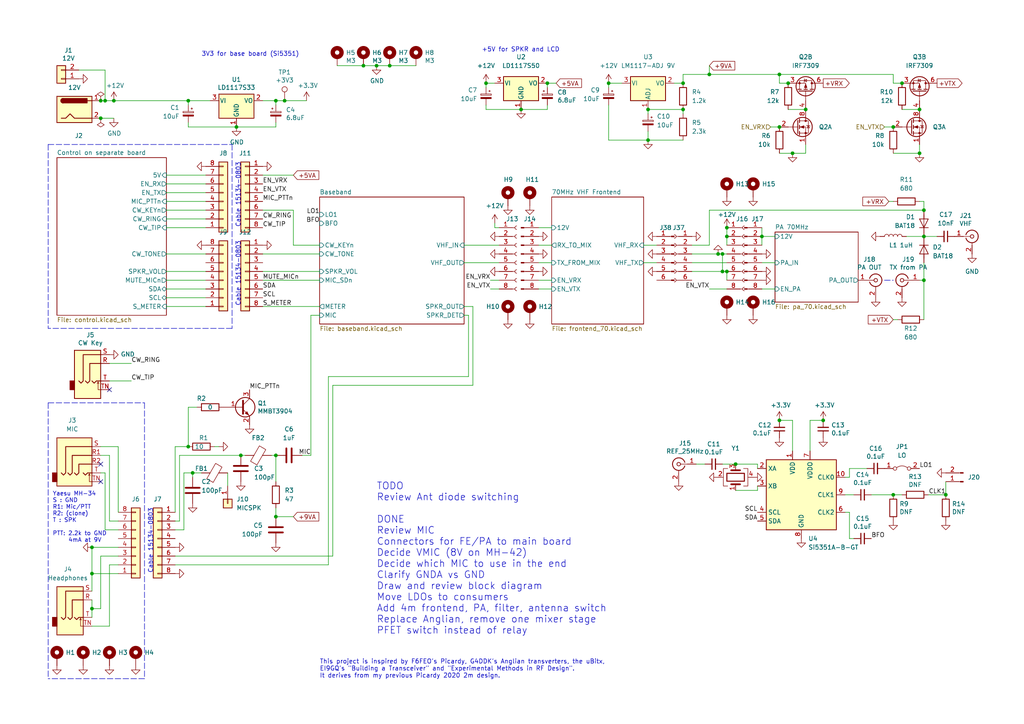
<source format=kicad_sch>
(kicad_sch (version 20211123) (generator eeschema)

  (uuid 7c83c304-769a-4be4-890e-297aba22b5b9)

  (paper "A4")

  (title_block
    (title "DART-70 TRX")
    (date "2023-02-02")
    (rev "0")
    (company "HB9EGM")
    (comment 1 "A 4m Band SSB/CW Transceiver")
  )

  

  (junction (at 210.82 78.74) (diameter 0) (color 0 0 0 0)
    (uuid 022c3cc3-6daf-4e76-bbdc-f43d56277d1c)
  )
  (junction (at 29.21 29.21) (diameter 0) (color 0 0 0 0)
    (uuid 0a082e3d-5a37-45bf-9936-1925b33d6b4f)
  )
  (junction (at 228.6 24.13) (diameter 0) (color 0 0 0 0)
    (uuid 0d713598-e0d7-4b64-806d-d27b5ae84128)
  )
  (junction (at 259.08 143.51) (diameter 0) (color 0 0 0 0)
    (uuid 11ea7b85-b26d-4a7d-aaed-956352284452)
  )
  (junction (at 109.22 19.05) (diameter 0) (color 0 0 0 0)
    (uuid 130d74aa-cfde-4c45-8bfe-183aacd4590f)
  )
  (junction (at 266.7 44.45) (diameter 0) (color 0 0 0 0)
    (uuid 1379c036-b3e0-455b-b639-0f5dd015d03b)
  )
  (junction (at 198.12 24.13) (diameter 0) (color 0 0 0 0)
    (uuid 13b9a948-b29a-4475-8f42-f20ed3ed1c6a)
  )
  (junction (at 80.01 29.21) (diameter 0) (color 0 0 0 0)
    (uuid 1c29ab88-8089-4a9f-b0ec-e0493fb70d1a)
  )
  (junction (at 33.02 29.21) (diameter 0) (color 0 0 0 0)
    (uuid 1fa90692-7773-42d6-8ba8-8ed55432226b)
  )
  (junction (at 30.48 29.21) (diameter 0) (color 0 0 0 0)
    (uuid 248900dc-9b0b-4fb0-8b44-20e56324d88d)
  )
  (junction (at 209.55 73.66) (diameter 0) (color 0 0 0 0)
    (uuid 2a05898a-5040-43d6-b12f-64b920496253)
  )
  (junction (at 29.21 34.29) (diameter 0) (color 0 0 0 0)
    (uuid 2bb5e7ab-7e6e-4e4b-8997-824caea277e9)
  )
  (junction (at 226.06 36.83) (diameter 0) (color 0 0 0 0)
    (uuid 2c691037-8de1-4537-a0ef-41ed59613839)
  )
  (junction (at 187.96 31.75) (diameter 0) (color 0 0 0 0)
    (uuid 398ec90b-61af-4d36-9539-63397d126e21)
  )
  (junction (at 226.06 121.92) (diameter 0) (color 0 0 0 0)
    (uuid 3c03082b-2981-4df2-bc33-6ce03d4158b2)
  )
  (junction (at 238.76 121.92) (diameter 0) (color 0 0 0 0)
    (uuid 4049e650-6035-45af-a547-48a992b127be)
  )
  (junction (at 198.12 31.75) (diameter 0) (color 0 0 0 0)
    (uuid 4242ccf2-3c4d-4a22-8247-2311c54121ff)
  )
  (junction (at 267.97 68.58) (diameter 0) (color 0 0 0 0)
    (uuid 43df9b13-487d-4795-8053-4ad8b2cbb873)
  )
  (junction (at 226.06 21.59) (diameter 0) (color 0 0 0 0)
    (uuid 4750ee37-26c3-426a-a03a-0a50ee4de791)
  )
  (junction (at 105.41 19.05) (diameter 0) (color 0 0 0 0)
    (uuid 48d3528f-d200-4dbf-87c6-2835721afb0e)
  )
  (junction (at 26.67 158.75) (diameter 0) (color 0 0 0 0)
    (uuid 4909e963-8ed8-4cc7-a752-cf9a746ceb8a)
  )
  (junction (at 209.55 78.74) (diameter 0) (color 0 0 0 0)
    (uuid 4be99152-af64-46e9-88ee-4f5dc96743bb)
  )
  (junction (at 54.61 29.21) (diameter 0) (color 0 0 0 0)
    (uuid 547281cc-eb15-43de-9560-1b10e39a19ed)
  )
  (junction (at 233.68 31.75) (diameter 0) (color 0 0 0 0)
    (uuid 5591956a-807b-4208-83a4-6327422e118a)
  )
  (junction (at 54.61 129.54) (diameter 0) (color 0 0 0 0)
    (uuid 5cc7d9f6-bcf8-4ce3-a388-e95342b89483)
  )
  (junction (at 208.28 73.66) (diameter 0) (color 0 0 0 0)
    (uuid 69a44bd9-adaf-4414-aead-a0449f61b2f2)
  )
  (junction (at 26.67 176.53) (diameter 0) (color 0 0 0 0)
    (uuid 6b9394bd-5e58-42ea-a9a4-f58e854aea5c)
  )
  (junction (at 210.82 66.04) (diameter 0) (color 0 0 0 0)
    (uuid 6cabc061-4801-4bc4-95d6-fb89e21621c8)
  )
  (junction (at 210.82 68.58) (diameter 0) (color 0 0 0 0)
    (uuid 73572437-b83a-4b19-9bc3-a6bb175f19b8)
  )
  (junction (at 259.08 36.83) (diameter 0) (color 0 0 0 0)
    (uuid 906f16af-3f1b-4545-bda0-18ebce89ce96)
  )
  (junction (at 140.97 24.13) (diameter 0) (color 0 0 0 0)
    (uuid 91bb5e66-90e9-4aff-b233-5b8d53e4ad1c)
  )
  (junction (at 26.67 166.37) (diameter 0) (color 0 0 0 0)
    (uuid 9fb2ca3c-8612-4c01-a40b-6e7e5895a1a0)
  )
  (junction (at 176.53 24.13) (diameter 0) (color 0 0 0 0)
    (uuid a01cdcc4-8ed1-4b36-8702-1b68481a60d9)
  )
  (junction (at 187.96 40.64) (diameter 0) (color 0 0 0 0)
    (uuid a13e5fb2-5800-4421-9e39-63277f01a71d)
  )
  (junction (at 82.55 29.21) (diameter 0) (color 0 0 0 0)
    (uuid a99cd17b-9938-46df-92bb-88378a42ecd6)
  )
  (junction (at 274.32 143.51) (diameter 0) (color 0 0 0 0)
    (uuid a9fed849-c0d2-45ff-802c-7da3e4c52c0a)
  )
  (junction (at 68.58 36.83) (diameter 0) (color 0 0 0 0)
    (uuid b0c265f7-c716-45d5-8397-630db4d2cf65)
  )
  (junction (at 205.74 21.59) (diameter 0) (color 0 0 0 0)
    (uuid b48c282b-d280-4718-bf3a-caf683cb767c)
  )
  (junction (at 229.87 44.45) (diameter 0) (color 0 0 0 0)
    (uuid d26d0a63-c69d-4774-9fba-12ed686b99f6)
  )
  (junction (at 113.03 19.05) (diameter 0) (color 0 0 0 0)
    (uuid d4b4dbc7-e763-47b2-a6cb-b5c021db8bcc)
  )
  (junction (at 55.88 137.16) (diameter 0) (color 0 0 0 0)
    (uuid d4c3f5bf-47cb-4030-92b0-bec21d62f389)
  )
  (junction (at 261.62 24.13) (diameter 0) (color 0 0 0 0)
    (uuid d531b677-92b2-4589-8265-ffb9f0a9f471)
  )
  (junction (at 69.85 132.08) (diameter 0) (color 0 0 0 0)
    (uuid d7ecc3d2-2b6e-4e36-92b9-1b58fb257359)
  )
  (junction (at 80.01 132.08) (diameter 0) (color 0 0 0 0)
    (uuid d9abc64c-b691-4ece-b128-4f1d7b31754f)
  )
  (junction (at 267.97 81.28) (diameter 0) (color 0 0 0 0)
    (uuid e2d3e851-e172-407b-bae2-5f89da65f833)
  )
  (junction (at 267.97 60.96) (diameter 0) (color 0 0 0 0)
    (uuid e3590ae0-4844-4150-a020-77e90c312b3c)
  )
  (junction (at 220.98 68.58) (diameter 0) (color 0 0 0 0)
    (uuid e4e1f9d9-3c4f-40b9-b469-d4aa31f8fa0b)
  )
  (junction (at 158.75 24.13) (diameter 0) (color 0 0 0 0)
    (uuid eb69835d-9be6-45e6-b58c-d2902ddb8fb1)
  )
  (junction (at 266.7 31.75) (diameter 0) (color 0 0 0 0)
    (uuid eeabe6f1-2db7-4eed-bd0c-6e41b390284d)
  )
  (junction (at 80.01 149.86) (diameter 0) (color 0 0 0 0)
    (uuid ef105c45-a454-45c2-badb-d87d915177ef)
  )
  (junction (at 151.13 31.75) (diameter 0) (color 0 0 0 0)
    (uuid f74be2ca-c140-4c85-937a-a008e4f4ddb7)
  )
  (junction (at 213.36 134.62) (diameter 0) (color 0 0 0 0)
    (uuid f8c9e2c3-818f-482b-ad48-f9fb56a455b0)
  )

  (no_connect (at 29.21 139.7) (uuid 891b06d0-7775-40c2-8d16-5452402b91d5))
  (no_connect (at 31.75 113.03) (uuid 9e56fb84-5b0b-47eb-9ee7-e24e7c08829b))
  (no_connect (at 29.21 134.62) (uuid b2135387-8c57-44ac-8ab3-29b54b43f871))

  (polyline (pts (xy 256.54 81.28) (xy 259.08 81.28))
    (stroke (width 0) (type default) (color 0 0 0 0))
    (uuid 0001e022-bec2-4d62-9a4d-7f842d1f79be)
  )

  (wire (pts (xy 29.21 34.29) (xy 33.02 34.29))
    (stroke (width 0) (type default) (color 0 0 0 0))
    (uuid 002154dd-fd21-426e-8f51-d82382197384)
  )
  (wire (pts (xy 80.01 132.08) (xy 80.01 139.7))
    (stroke (width 0) (type default) (color 0 0 0 0))
    (uuid 008a59ee-36fb-4f36-a8b0-5cc99b1e8598)
  )
  (wire (pts (xy 220.98 68.58) (xy 224.79 68.58))
    (stroke (width 0) (type default) (color 0 0 0 0))
    (uuid 01ac92ba-5cd1-46c2-8ba4-cce3dbf5bdfe)
  )
  (wire (pts (xy 134.62 76.2) (xy 144.78 76.2))
    (stroke (width 0) (type default) (color 0 0 0 0))
    (uuid 05b80f11-716a-4d47-806e-b508d9c8845d)
  )
  (wire (pts (xy 246.38 138.43) (xy 245.11 138.43))
    (stroke (width 0) (type default) (color 0 0 0 0))
    (uuid 05f6334e-7131-4999-b788-1681af60d6df)
  )
  (wire (pts (xy 156.21 66.04) (xy 160.02 66.04))
    (stroke (width 0) (type default) (color 0 0 0 0))
    (uuid 087385f5-4257-4376-b1f3-18d9f73513a6)
  )
  (wire (pts (xy 205.74 21.59) (xy 198.12 21.59))
    (stroke (width 0) (type default) (color 0 0 0 0))
    (uuid 09d1af20-c357-48ec-a10f-915c880f15b6)
  )
  (wire (pts (xy 158.75 24.13) (xy 158.75 25.4))
    (stroke (width 0) (type default) (color 0 0 0 0))
    (uuid 09fbb099-19ff-4c9e-b717-ff9eedac992b)
  )
  (wire (pts (xy 140.97 30.48) (xy 140.97 31.75))
    (stroke (width 0) (type default) (color 0 0 0 0))
    (uuid 0a3a19af-7bfa-4df3-9b73-b98420c4a518)
  )
  (wire (pts (xy 105.41 19.05) (xy 109.22 19.05))
    (stroke (width 0) (type default) (color 0 0 0 0))
    (uuid 0aad0e8d-0747-412b-85ac-039bbac4ff5e)
  )
  (wire (pts (xy 266.7 41.91) (xy 266.7 44.45))
    (stroke (width 0) (type default) (color 0 0 0 0))
    (uuid 0b3a2a48-0270-494e-962a-3658a00a0875)
  )
  (wire (pts (xy 134.62 71.12) (xy 144.78 71.12))
    (stroke (width 0) (type default) (color 0 0 0 0))
    (uuid 0c548c29-4675-455c-b4eb-39554b0e0db8)
  )
  (wire (pts (xy 54.61 29.21) (xy 54.61 30.48))
    (stroke (width 0) (type default) (color 0 0 0 0))
    (uuid 11b5652b-07d3-428f-98d5-c354cf3693b1)
  )
  (wire (pts (xy 267.97 58.42) (xy 266.7 58.42))
    (stroke (width 0) (type default) (color 0 0 0 0))
    (uuid 1365db47-3e50-475d-8b7e-e1db17b616fc)
  )
  (wire (pts (xy 140.97 31.75) (xy 151.13 31.75))
    (stroke (width 0) (type default) (color 0 0 0 0))
    (uuid 160e3a4c-588b-4e79-ac75-f98bf80b7e0b)
  )
  (wire (pts (xy 85.09 50.8) (xy 76.2 50.8))
    (stroke (width 0) (type default) (color 0 0 0 0))
    (uuid 16f4aa89-10b3-4c19-aee2-b110182c6854)
  )
  (wire (pts (xy 80.01 29.21) (xy 82.55 29.21))
    (stroke (width 0) (type default) (color 0 0 0 0))
    (uuid 17ba5b19-2b5b-474e-9c14-1c7d35991587)
  )
  (wire (pts (xy 198.12 31.75) (xy 198.12 33.02))
    (stroke (width 0) (type default) (color 0 0 0 0))
    (uuid 17fc291b-23f9-4de7-9168-978b13dcd03c)
  )
  (wire (pts (xy 50.8 148.59) (xy 50.8 129.54))
    (stroke (width 0) (type default) (color 0 0 0 0))
    (uuid 181facd7-c73d-4cb5-8e0f-0267ca40cf15)
  )
  (wire (pts (xy 53.34 153.67) (xy 53.34 137.16))
    (stroke (width 0) (type default) (color 0 0 0 0))
    (uuid 1869a25a-7405-4101-9da6-55f7c1e87e39)
  )
  (wire (pts (xy 220.98 83.82) (xy 224.79 83.82))
    (stroke (width 0) (type default) (color 0 0 0 0))
    (uuid 19a6b424-c553-4be2-9c2f-6b5d041d6f35)
  )
  (wire (pts (xy 26.67 166.37) (xy 34.29 166.37))
    (stroke (width 0) (type default) (color 0 0 0 0))
    (uuid 1bcf4a11-4c4f-42b8-9e84-ad79d97ffe8f)
  )
  (wire (pts (xy 48.26 88.9) (xy 59.69 88.9))
    (stroke (width 0) (type default) (color 0 0 0 0))
    (uuid 1de35109-2490-47e3-8be5-ab22f13c6848)
  )
  (wire (pts (xy 48.26 50.8) (xy 59.69 50.8))
    (stroke (width 0) (type default) (color 0 0 0 0))
    (uuid 1ef50cec-8701-41c9-a796-aac175c3bcb1)
  )
  (wire (pts (xy 180.34 24.13) (xy 176.53 24.13))
    (stroke (width 0) (type default) (color 0 0 0 0))
    (uuid 2199bdfc-0462-4363-af5e-16d8e19d600a)
  )
  (wire (pts (xy 95.25 109.22) (xy 95.25 163.83))
    (stroke (width 0) (type default) (color 0 0 0 0))
    (uuid 227082fc-081f-46f9-b11d-3c272a90673e)
  )
  (wire (pts (xy 210.82 68.58) (xy 210.82 66.04))
    (stroke (width 0) (type default) (color 0 0 0 0))
    (uuid 22dcd381-de7e-4770-b1fc-5b1585b1e01c)
  )
  (polyline (pts (xy 13.97 116.84) (xy 41.91 116.84))
    (stroke (width 0) (type default) (color 0 0 0 0))
    (uuid 246d8c70-0329-4f4d-9351-49df120458af)
  )

  (wire (pts (xy 142.24 83.82) (xy 144.78 83.82))
    (stroke (width 0) (type default) (color 0 0 0 0))
    (uuid 257ea06f-4fb4-4041-9548-2259364176a6)
  )
  (wire (pts (xy 54.61 29.21) (xy 60.96 29.21))
    (stroke (width 0) (type default) (color 0 0 0 0))
    (uuid 28eca374-9b5c-4480-a1a6-52ddcbb57db2)
  )
  (wire (pts (xy 245.11 143.51) (xy 247.65 143.51))
    (stroke (width 0) (type default) (color 0 0 0 0))
    (uuid 2a86319a-5a94-4745-ad80-6b5c02f72e82)
  )
  (wire (pts (xy 200.66 71.12) (xy 205.74 71.12))
    (stroke (width 0) (type default) (color 0 0 0 0))
    (uuid 2c10792f-6c7c-48ed-9139-783ab9289d41)
  )
  (polyline (pts (xy 67.31 41.91) (xy 67.31 95.25))
    (stroke (width 0) (type default) (color 0 0 0 0))
    (uuid 2df6f517-3da3-4761-bd39-ad71c01eb424)
  )

  (wire (pts (xy 205.74 83.82) (xy 210.82 83.82))
    (stroke (width 0) (type default) (color 0 0 0 0))
    (uuid 2e8990ed-fee4-46e0-a5d6-572eb84d7bbe)
  )
  (wire (pts (xy 158.75 24.13) (xy 161.29 24.13))
    (stroke (width 0) (type default) (color 0 0 0 0))
    (uuid 2ea38bc3-7d3b-428e-a271-404ee98e752b)
  )
  (wire (pts (xy 135.89 91.44) (xy 135.89 109.22))
    (stroke (width 0) (type default) (color 0 0 0 0))
    (uuid 2f9b686c-0a8f-432b-9e90-c788e62691c6)
  )
  (wire (pts (xy 267.97 81.28) (xy 267.97 92.71))
    (stroke (width 0) (type default) (color 0 0 0 0))
    (uuid 2fc55029-8596-42f8-a5b7-345105f5a387)
  )
  (wire (pts (xy 76.2 88.9) (xy 92.71 88.9))
    (stroke (width 0) (type default) (color 0 0 0 0))
    (uuid 311d4ef9-a0ea-4e8e-b65b-70e91af2608e)
  )
  (wire (pts (xy 200.66 73.66) (xy 208.28 73.66))
    (stroke (width 0) (type default) (color 0 0 0 0))
    (uuid 324700db-bb3a-46dc-b256-1b1e8e6a9e20)
  )
  (wire (pts (xy 187.96 40.64) (xy 198.12 40.64))
    (stroke (width 0) (type default) (color 0 0 0 0))
    (uuid 33f01d9a-6abc-40a9-9b6b-d34bddbf731f)
  )
  (wire (pts (xy 256.54 36.83) (xy 259.08 36.83))
    (stroke (width 0) (type default) (color 0 0 0 0))
    (uuid 345987da-5aa5-4c5e-90e1-ddf0086ed5fb)
  )
  (wire (pts (xy 50.8 161.29) (xy 96.52 161.29))
    (stroke (width 0) (type default) (color 0 0 0 0))
    (uuid 361f9eaf-2e29-4825-b35a-439064c6d2db)
  )
  (wire (pts (xy 143.51 64.77) (xy 143.51 66.04))
    (stroke (width 0) (type default) (color 0 0 0 0))
    (uuid 3e9b82a4-d9cb-49e4-825f-83213cf846fe)
  )
  (wire (pts (xy 262.89 68.58) (xy 267.97 68.58))
    (stroke (width 0) (type default) (color 0 0 0 0))
    (uuid 3eb66799-e8b0-416b-a9e5-17fd18188e1b)
  )
  (wire (pts (xy 48.26 53.34) (xy 59.69 53.34))
    (stroke (width 0) (type default) (color 0 0 0 0))
    (uuid 3f726201-a2b0-494c-bb67-0bed26cc560f)
  )
  (wire (pts (xy 34.29 158.75) (xy 26.67 158.75))
    (stroke (width 0) (type default) (color 0 0 0 0))
    (uuid 4112aabb-0408-4a3a-9841-f57862637df1)
  )
  (wire (pts (xy 158.75 31.75) (xy 151.13 31.75))
    (stroke (width 0) (type default) (color 0 0 0 0))
    (uuid 443127ca-ab31-4ac0-90cc-723625487807)
  )
  (wire (pts (xy 195.58 24.13) (xy 198.12 24.13))
    (stroke (width 0) (type default) (color 0 0 0 0))
    (uuid 4435e8ff-b63e-4b32-81db-49caa0dd6c5f)
  )
  (wire (pts (xy 48.26 55.88) (xy 59.69 55.88))
    (stroke (width 0) (type default) (color 0 0 0 0))
    (uuid 475d7116-2e26-4a72-942e-766ab472ca0d)
  )
  (wire (pts (xy 210.82 78.74) (xy 210.82 81.28))
    (stroke (width 0) (type default) (color 0 0 0 0))
    (uuid 49ef93dc-665c-493f-8614-98dd58fe075d)
  )
  (polyline (pts (xy 41.91 116.84) (xy 41.91 196.85))
    (stroke (width 0) (type default) (color 0 0 0 0))
    (uuid 4b105a5f-5ed5-49ae-8bb9-f1d8c5566b50)
  )

  (wire (pts (xy 135.89 109.22) (xy 95.25 109.22))
    (stroke (width 0) (type default) (color 0 0 0 0))
    (uuid 4c2ca5f1-ff49-468e-a870-b80100e1827e)
  )
  (wire (pts (xy 198.12 21.59) (xy 198.12 24.13))
    (stroke (width 0) (type default) (color 0 0 0 0))
    (uuid 4c57c394-f97c-4a0b-80d4-0b5157781c3b)
  )
  (wire (pts (xy 261.62 31.75) (xy 266.7 31.75))
    (stroke (width 0) (type default) (color 0 0 0 0))
    (uuid 4d5acc98-17ff-4e60-af52-349a1269dddf)
  )
  (wire (pts (xy 209.55 73.66) (xy 210.82 73.66))
    (stroke (width 0) (type default) (color 0 0 0 0))
    (uuid 4e1dce0f-e07a-46f9-ade5-d450d3eddfe1)
  )
  (wire (pts (xy 220.98 66.04) (xy 220.98 68.58))
    (stroke (width 0) (type default) (color 0 0 0 0))
    (uuid 51ff27b9-f9f9-45f2-b9f3-2b930513405d)
  )
  (wire (pts (xy 200.66 78.74) (xy 209.55 78.74))
    (stroke (width 0) (type default) (color 0 0 0 0))
    (uuid 526d74f7-e867-4ae1-8541-05b9a7041d10)
  )
  (wire (pts (xy 156.21 81.28) (xy 160.02 81.28))
    (stroke (width 0) (type default) (color 0 0 0 0))
    (uuid 52d9d6dd-4266-418b-bf9a-446977053e6f)
  )
  (wire (pts (xy 29.21 161.29) (xy 29.21 176.53))
    (stroke (width 0) (type default) (color 0 0 0 0))
    (uuid 53bb37bd-6ad6-430f-b5e5-21e40448d528)
  )
  (wire (pts (xy 266.7 81.28) (xy 267.97 81.28))
    (stroke (width 0) (type default) (color 0 0 0 0))
    (uuid 566a1dfd-871f-4bc8-98fc-32631eb16c5b)
  )
  (wire (pts (xy 29.21 176.53) (xy 26.67 176.53))
    (stroke (width 0) (type default) (color 0 0 0 0))
    (uuid 568b5dd5-7629-4c3d-9388-eaa54c2762b1)
  )
  (wire (pts (xy 48.26 78.74) (xy 59.69 78.74))
    (stroke (width 0) (type default) (color 0 0 0 0))
    (uuid 56cb3f92-2c0e-42ee-84b9-de64810b5c8d)
  )
  (wire (pts (xy 97.79 19.05) (xy 105.41 19.05))
    (stroke (width 0) (type default) (color 0 0 0 0))
    (uuid 579d81c4-8fa6-40d5-b99a-d160787b45b9)
  )
  (wire (pts (xy 50.8 153.67) (xy 53.34 153.67))
    (stroke (width 0) (type default) (color 0 0 0 0))
    (uuid 58e4fb93-6235-473b-af92-bf79be065bda)
  )
  (wire (pts (xy 29.21 132.08) (xy 31.75 132.08))
    (stroke (width 0) (type default) (color 0 0 0 0))
    (uuid 59af70e6-5e6f-4213-8799-5a44b525739b)
  )
  (wire (pts (xy 205.74 19.05) (xy 205.74 21.59))
    (stroke (width 0) (type default) (color 0 0 0 0))
    (uuid 5afca071-0542-406b-83f5-f8ed30e05c4c)
  )
  (wire (pts (xy 134.62 91.44) (xy 135.89 91.44))
    (stroke (width 0) (type default) (color 0 0 0 0))
    (uuid 5c0d735a-ca1c-4202-8faf-02e515d1181f)
  )
  (wire (pts (xy 76.2 78.74) (xy 92.71 78.74))
    (stroke (width 0) (type default) (color 0 0 0 0))
    (uuid 5cd8bda4-22ef-4084-8249-44fe15f1fc0e)
  )
  (wire (pts (xy 259.08 21.59) (xy 226.06 21.59))
    (stroke (width 0) (type default) (color 0 0 0 0))
    (uuid 5ea05504-bb96-4847-90cf-26cb1afd4244)
  )
  (wire (pts (xy 66.04 137.16) (xy 66.04 140.97))
    (stroke (width 0) (type default) (color 0 0 0 0))
    (uuid 601c5479-68c8-4d7c-bbde-860bd11a7597)
  )
  (wire (pts (xy 31.75 151.13) (xy 34.29 151.13))
    (stroke (width 0) (type default) (color 0 0 0 0))
    (uuid 6123b0cd-d677-4963-a353-8d6b35692422)
  )
  (polyline (pts (xy 41.91 196.85) (xy 13.97 196.85))
    (stroke (width 0) (type default) (color 0 0 0 0))
    (uuid 6188cf07-9c8d-498a-9db9-9718888dfe39)
  )

  (wire (pts (xy 142.24 81.28) (xy 144.78 81.28))
    (stroke (width 0) (type default) (color 0 0 0 0))
    (uuid 622f00d8-5ad7-46ce-ad73-dd9d4ed09081)
  )
  (wire (pts (xy 33.02 29.21) (xy 54.61 29.21))
    (stroke (width 0) (type default) (color 0 0 0 0))
    (uuid 6465c817-6f2e-4e62-ac9d-f9a1d93df9e1)
  )
  (wire (pts (xy 251.46 135.89) (xy 246.38 135.89))
    (stroke (width 0) (type default) (color 0 0 0 0))
    (uuid 64e90390-0f4c-4cc1-bafa-363ce23516e9)
  )
  (wire (pts (xy 246.38 156.21) (xy 246.38 148.59))
    (stroke (width 0) (type default) (color 0 0 0 0))
    (uuid 65dd0601-a23d-4c5d-b924-966fc498cbfc)
  )
  (wire (pts (xy 259.08 92.71) (xy 260.35 92.71))
    (stroke (width 0) (type default) (color 0 0 0 0))
    (uuid 65fd1318-4897-4656-baf4-cc1aa4efc50e)
  )
  (wire (pts (xy 137.16 111.76) (xy 96.52 111.76))
    (stroke (width 0) (type default) (color 0 0 0 0))
    (uuid 67fd3f09-ff5e-4560-b9cb-23649083a340)
  )
  (wire (pts (xy 233.68 44.45) (xy 229.87 44.45))
    (stroke (width 0) (type default) (color 0 0 0 0))
    (uuid 67fd7240-7a2e-4504-8c70-47b3112c634e)
  )
  (wire (pts (xy 26.67 166.37) (xy 26.67 171.45))
    (stroke (width 0) (type default) (color 0 0 0 0))
    (uuid 696f862b-a951-463f-ad29-011c067090d6)
  )
  (wire (pts (xy 246.38 148.59) (xy 245.11 148.59))
    (stroke (width 0) (type default) (color 0 0 0 0))
    (uuid 699bee8c-8bc3-4aa6-b4ed-0aa4d255078a)
  )
  (wire (pts (xy 209.55 73.66) (xy 209.55 78.74))
    (stroke (width 0) (type default) (color 0 0 0 0))
    (uuid 69a2b7a6-df4e-4b09-96f9-02af48b14bb4)
  )
  (wire (pts (xy 205.74 60.96) (xy 267.97 60.96))
    (stroke (width 0) (type default) (color 0 0 0 0))
    (uuid 6a35e12d-60aa-4a5e-b415-45f38cce26f9)
  )
  (wire (pts (xy 234.95 121.92) (xy 234.95 130.81))
    (stroke (width 0) (type default) (color 0 0 0 0))
    (uuid 6b09c60c-c53b-47dd-b8b8-94f682cd2086)
  )
  (wire (pts (xy 48.26 81.28) (xy 59.69 81.28))
    (stroke (width 0) (type default) (color 0 0 0 0))
    (uuid 6c2583d2-6254-4856-a6b8-160d5f6a3f99)
  )
  (wire (pts (xy 50.8 151.13) (xy 52.07 151.13))
    (stroke (width 0) (type default) (color 0 0 0 0))
    (uuid 6cc72bfd-2651-4e90-af42-5d6cec3950c1)
  )
  (wire (pts (xy 26.67 173.99) (xy 26.67 176.53))
    (stroke (width 0) (type default) (color 0 0 0 0))
    (uuid 7019dafb-64b4-4e22-837e-9f37341a0157)
  )
  (wire (pts (xy 205.74 71.12) (xy 205.74 60.96))
    (stroke (width 0) (type default) (color 0 0 0 0))
    (uuid 70ec4541-345e-4a63-9220-58e871f5b444)
  )
  (wire (pts (xy 210.82 71.12) (xy 210.82 68.58))
    (stroke (width 0) (type default) (color 0 0 0 0))
    (uuid 71e59ea6-1d95-41dd-aaff-b947e8d6629b)
  )
  (wire (pts (xy 55.88 137.16) (xy 58.42 137.16))
    (stroke (width 0) (type default) (color 0 0 0 0))
    (uuid 735e33ba-0601-4acb-983d-1656020ec14e)
  )
  (wire (pts (xy 259.08 24.13) (xy 261.62 24.13))
    (stroke (width 0) (type default) (color 0 0 0 0))
    (uuid 73697aae-1f79-401a-bdaa-9ebc2f2340de)
  )
  (wire (pts (xy 140.97 24.13) (xy 140.97 25.4))
    (stroke (width 0) (type default) (color 0 0 0 0))
    (uuid 7471700d-9a5d-406e-b9fc-bdeed49379fa)
  )
  (wire (pts (xy 30.48 29.21) (xy 33.02 29.21))
    (stroke (width 0) (type default) (color 0 0 0 0))
    (uuid 74760d5b-303c-4603-ac2e-6b5209546581)
  )
  (polyline (pts (xy 13.97 116.84) (xy 13.97 196.85))
    (stroke (width 0) (type default) (color 0 0 0 0))
    (uuid 74e37401-14d3-4e3c-84ed-7ddb4d75b44f)
  )

  (wire (pts (xy 29.21 129.54) (xy 34.29 129.54))
    (stroke (width 0) (type default) (color 0 0 0 0))
    (uuid 754f923b-5aa7-4d87-b589-d53346af6023)
  )
  (wire (pts (xy 156.21 76.2) (xy 160.02 76.2))
    (stroke (width 0) (type default) (color 0 0 0 0))
    (uuid 7887f659-7796-4d20-b8ec-45fe37db4d3b)
  )
  (wire (pts (xy 22.86 20.32) (xy 30.48 20.32))
    (stroke (width 0) (type default) (color 0 0 0 0))
    (uuid 79aced1b-30d4-4883-86bf-8a38d664736a)
  )
  (wire (pts (xy 252.73 143.51) (xy 259.08 143.51))
    (stroke (width 0) (type default) (color 0 0 0 0))
    (uuid 7d4200e5-e280-4699-af56-048ba84247d3)
  )
  (wire (pts (xy 71.12 132.08) (xy 69.85 132.08))
    (stroke (width 0) (type default) (color 0 0 0 0))
    (uuid 7fcd6903-4017-464e-a708-1e51b67dd39f)
  )
  (wire (pts (xy 26.67 158.75) (xy 26.67 166.37))
    (stroke (width 0) (type default) (color 0 0 0 0))
    (uuid 80203512-93fd-487a-a00c-1916502463c3)
  )
  (wire (pts (xy 259.08 58.42) (xy 257.81 58.42))
    (stroke (width 0) (type default) (color 0 0 0 0))
    (uuid 8025fc94-e615-4b56-8bf2-4787b89136f5)
  )
  (wire (pts (xy 137.16 88.9) (xy 137.16 111.76))
    (stroke (width 0) (type default) (color 0 0 0 0))
    (uuid 812f91c0-f736-4383-bfee-2790347c3abf)
  )
  (wire (pts (xy 143.51 66.04) (xy 144.78 66.04))
    (stroke (width 0) (type default) (color 0 0 0 0))
    (uuid 814385ff-48a3-478a-9a33-47cb468f9486)
  )
  (wire (pts (xy 80.01 149.86) (xy 85.09 149.86))
    (stroke (width 0) (type default) (color 0 0 0 0))
    (uuid 816e41e9-8ef8-4e70-a70f-02175bdc97c4)
  )
  (polyline (pts (xy 13.97 41.91) (xy 13.97 95.25))
    (stroke (width 0) (type default) (color 0 0 0 0))
    (uuid 834eed63-98bc-4692-be8a-6868d5c838d4)
  )

  (wire (pts (xy 48.26 66.04) (xy 59.69 66.04))
    (stroke (width 0) (type default) (color 0 0 0 0))
    (uuid 836458d9-8a3b-4d53-aaf1-9cc6ec2305f2)
  )
  (wire (pts (xy 229.87 44.45) (xy 226.06 44.45))
    (stroke (width 0) (type default) (color 0 0 0 0))
    (uuid 86c60f4b-4421-4865-beff-ed93adca8ac2)
  )
  (wire (pts (xy 186.69 76.2) (xy 190.5 76.2))
    (stroke (width 0) (type default) (color 0 0 0 0))
    (uuid 89f5cd17-8501-4243-bc98-0e8a1aab3a95)
  )
  (wire (pts (xy 34.29 129.54) (xy 34.29 148.59))
    (stroke (width 0) (type default) (color 0 0 0 0))
    (uuid 8b36f37f-a068-4636-8967-22103b343d70)
  )
  (wire (pts (xy 76.2 81.28) (xy 92.71 81.28))
    (stroke (width 0) (type default) (color 0 0 0 0))
    (uuid 8b38ff0f-fed5-4ee4-8847-6ec4f4b389a9)
  )
  (wire (pts (xy 48.26 86.36) (xy 59.69 86.36))
    (stroke (width 0) (type default) (color 0 0 0 0))
    (uuid 8c8438c2-dfb5-4131-857c-1ad8997220ea)
  )
  (wire (pts (xy 247.65 156.21) (xy 246.38 156.21))
    (stroke (width 0) (type default) (color 0 0 0 0))
    (uuid 8e0abe23-8e7e-48a9-af11-f26197bd8fbf)
  )
  (wire (pts (xy 176.53 30.48) (xy 176.53 40.64))
    (stroke (width 0) (type default) (color 0 0 0 0))
    (uuid 8f5c2a3a-b2da-434e-8810-9da52a5e413a)
  )
  (wire (pts (xy 134.62 88.9) (xy 137.16 88.9))
    (stroke (width 0) (type default) (color 0 0 0 0))
    (uuid 906c4fbb-4fdd-48c5-aa07-85c56299e46a)
  )
  (wire (pts (xy 80.01 147.32) (xy 80.01 149.86))
    (stroke (width 0) (type default) (color 0 0 0 0))
    (uuid 91c438b1-678d-4a85-be0e-771bfbc58931)
  )
  (wire (pts (xy 228.6 31.75) (xy 233.68 31.75))
    (stroke (width 0) (type default) (color 0 0 0 0))
    (uuid 92dfb53a-5556-47b1-8088-214aebbc803d)
  )
  (wire (pts (xy 92.71 91.44) (xy 90.17 91.44))
    (stroke (width 0) (type default) (color 0 0 0 0))
    (uuid 935427ba-97bd-4319-b38c-51b473619c8a)
  )
  (wire (pts (xy 158.75 30.48) (xy 158.75 31.75))
    (stroke (width 0) (type default) (color 0 0 0 0))
    (uuid 96e30a9c-78b6-4d1a-bc72-6cbdc7743876)
  )
  (wire (pts (xy 90.17 91.44) (xy 90.17 132.08))
    (stroke (width 0) (type default) (color 0 0 0 0))
    (uuid 9792cf44-3261-4d9f-8ae0-31fdeec0dc70)
  )
  (wire (pts (xy 31.75 151.13) (xy 31.75 132.08))
    (stroke (width 0) (type default) (color 0 0 0 0))
    (uuid 98ea83ac-41c6-4b7d-be63-41372bbd6e24)
  )
  (wire (pts (xy 54.61 35.56) (xy 54.61 36.83))
    (stroke (width 0) (type default) (color 0 0 0 0))
    (uuid 99f8394d-1325-4f0e-9ed0-19dceab6e1f9)
  )
  (wire (pts (xy 52.07 132.08) (xy 69.85 132.08))
    (stroke (width 0) (type default) (color 0 0 0 0))
    (uuid 9c3d736f-f850-40b5-83bf-bf71ce2d8e7c)
  )
  (wire (pts (xy 96.52 111.76) (xy 96.52 161.29))
    (stroke (width 0) (type default) (color 0 0 0 0))
    (uuid 9c4c0112-7564-4034-996a-b0e56c2141a6)
  )
  (wire (pts (xy 238.76 121.92) (xy 234.95 121.92))
    (stroke (width 0) (type default) (color 0 0 0 0))
    (uuid 9d3a7a2b-8bae-4d82-8634-16a99f57e389)
  )
  (wire (pts (xy 209.55 78.74) (xy 210.82 78.74))
    (stroke (width 0) (type default) (color 0 0 0 0))
    (uuid a044009c-32c6-4056-923c-7f01d60ad5be)
  )
  (wire (pts (xy 223.52 36.83) (xy 226.06 36.83))
    (stroke (width 0) (type default) (color 0 0 0 0))
    (uuid a057c374-c462-4764-bd16-2c00eef92afa)
  )
  (wire (pts (xy 31.75 105.41) (xy 38.1 105.41))
    (stroke (width 0) (type default) (color 0 0 0 0))
    (uuid a1abde39-78d5-402d-bb1c-75243c61d29b)
  )
  (wire (pts (xy 48.26 58.42) (xy 59.69 58.42))
    (stroke (width 0) (type default) (color 0 0 0 0))
    (uuid a2c10dec-c0b0-471a-b75e-c1a8452900c1)
  )
  (wire (pts (xy 220.98 68.58) (xy 220.98 71.12))
    (stroke (width 0) (type default) (color 0 0 0 0))
    (uuid a40b6a6f-dc57-45f8-9beb-e6dbac2dd670)
  )
  (wire (pts (xy 78.74 132.08) (xy 80.01 132.08))
    (stroke (width 0) (type default) (color 0 0 0 0))
    (uuid a5f4f26e-4b82-496f-b7bb-4ed4211f8100)
  )
  (wire (pts (xy 54.61 36.83) (xy 68.58 36.83))
    (stroke (width 0) (type default) (color 0 0 0 0))
    (uuid a69bb6f5-978b-49bb-9446-4ec9cfe4501e)
  )
  (wire (pts (xy 259.08 21.59) (xy 259.08 24.13))
    (stroke (width 0) (type default) (color 0 0 0 0))
    (uuid a7349b87-3477-4ba5-bc62-3587f94ab817)
  )
  (wire (pts (xy 267.97 58.42) (xy 267.97 60.96))
    (stroke (width 0) (type default) (color 0 0 0 0))
    (uuid a8465ca8-68f9-4eee-904b-5bbfa483a6ff)
  )
  (wire (pts (xy 55.88 138.43) (xy 55.88 137.16))
    (stroke (width 0) (type default) (color 0 0 0 0))
    (uuid a8d341ec-3332-4d82-8a1f-e52e32f564f1)
  )
  (wire (pts (xy 53.34 137.16) (xy 55.88 137.16))
    (stroke (width 0) (type default) (color 0 0 0 0))
    (uuid a9276ad3-2500-44c6-895a-e842a0033021)
  )
  (wire (pts (xy 88.9 29.21) (xy 82.55 29.21))
    (stroke (width 0) (type default) (color 0 0 0 0))
    (uuid a93dd5f3-ded3-42da-9f3d-78740a5a5bff)
  )
  (wire (pts (xy 30.48 153.67) (xy 30.48 137.16))
    (stroke (width 0) (type default) (color 0 0 0 0))
    (uuid a99a526a-0727-4d5d-b793-47c299fd72ba)
  )
  (wire (pts (xy 48.26 83.82) (xy 59.69 83.82))
    (stroke (width 0) (type default) (color 0 0 0 0))
    (uuid ac0ae1b6-d482-4675-aec8-4c2f8c7318db)
  )
  (wire (pts (xy 226.06 21.59) (xy 205.74 21.59))
    (stroke (width 0) (type default) (color 0 0 0 0))
    (uuid ad76707e-1f2e-4941-86a0-50951acd24bc)
  )
  (wire (pts (xy 176.53 40.64) (xy 187.96 40.64))
    (stroke (width 0) (type default) (color 0 0 0 0))
    (uuid aed0a299-8aa6-4a50-b993-c38efe5fdd7a)
  )
  (wire (pts (xy 176.53 24.13) (xy 176.53 25.4))
    (stroke (width 0) (type default) (color 0 0 0 0))
    (uuid b1ea2466-2371-4b96-9289-6c42e0f0b899)
  )
  (wire (pts (xy 52.07 151.13) (xy 52.07 132.08))
    (stroke (width 0) (type default) (color 0 0 0 0))
    (uuid b32653e4-7801-40ea-b61b-f0311c01d3b4)
  )
  (polyline (pts (xy 13.97 41.91) (xy 67.31 41.91))
    (stroke (width 0) (type default) (color 0 0 0 0))
    (uuid b3f67849-c79e-4262-b803-d461d1887604)
  )
  (polyline (pts (xy 67.31 95.25) (xy 13.97 95.25))
    (stroke (width 0) (type default) (color 0 0 0 0))
    (uuid b415a656-e3e5-4629-aa6c-6a23a847c576)
  )

  (wire (pts (xy 266.7 44.45) (xy 259.08 44.45))
    (stroke (width 0) (type default) (color 0 0 0 0))
    (uuid b5cbe891-dcdf-4951-8f0a-b2c28e4293cd)
  )
  (wire (pts (xy 48.26 63.5) (xy 59.69 63.5))
    (stroke (width 0) (type default) (color 0 0 0 0))
    (uuid bb13b6c6-7b88-4971-969d-518c0a6e43cc)
  )
  (wire (pts (xy 226.06 24.13) (xy 228.6 24.13))
    (stroke (width 0) (type default) (color 0 0 0 0))
    (uuid bb78f99c-6783-4afe-a661-68817d4180ab)
  )
  (wire (pts (xy 246.38 135.89) (xy 246.38 138.43))
    (stroke (width 0) (type default) (color 0 0 0 0))
    (uuid bcb20d96-4c0e-4c98-a263-0cdd41ab15e5)
  )
  (wire (pts (xy 187.96 38.1) (xy 187.96 40.64))
    (stroke (width 0) (type default) (color 0 0 0 0))
    (uuid bda7a16e-b931-4d51-b769-ff5809beef5f)
  )
  (wire (pts (xy 190.5 71.12) (xy 186.69 71.12))
    (stroke (width 0) (type default) (color 0 0 0 0))
    (uuid be34fe28-91db-4153-a910-bbfafd34e127)
  )
  (wire (pts (xy 48.26 60.96) (xy 59.69 60.96))
    (stroke (width 0) (type default) (color 0 0 0 0))
    (uuid bfce1213-d511-4811-bc9d-beb994b8b9fe)
  )
  (wire (pts (xy 31.75 163.83) (xy 31.75 181.61))
    (stroke (width 0) (type default) (color 0 0 0 0))
    (uuid c0738ee3-5ef6-48be-9a20-f10b8cdc3a6d)
  )
  (wire (pts (xy 34.29 161.29) (xy 29.21 161.29))
    (stroke (width 0) (type default) (color 0 0 0 0))
    (uuid c12b5903-2f75-49c3-8332-69e02fb1aff7)
  )
  (wire (pts (xy 229.87 121.92) (xy 229.87 130.81))
    (stroke (width 0) (type default) (color 0 0 0 0))
    (uuid c24d03f2-5bff-4d74-88e5-481cd2f1e035)
  )
  (wire (pts (xy 274.32 143.51) (xy 274.32 139.7))
    (stroke (width 0) (type default) (color 0 0 0 0))
    (uuid c48e879f-0b64-4f86-a8cf-003dbff29c4e)
  )
  (wire (pts (xy 76.2 73.66) (xy 92.71 73.66))
    (stroke (width 0) (type default) (color 0 0 0 0))
    (uuid cb987807-5979-49b5-8522-334a69d0b59b)
  )
  (wire (pts (xy 261.62 143.51) (xy 259.08 143.51))
    (stroke (width 0) (type default) (color 0 0 0 0))
    (uuid cbbfb5e5-7e85-4367-b6a7-9b21fc6d9e17)
  )
  (wire (pts (xy 213.36 142.24) (xy 219.71 142.24))
    (stroke (width 0) (type default) (color 0 0 0 0))
    (uuid cc89f37d-2221-4ee8-a763-21432c733f93)
  )
  (wire (pts (xy 76.2 29.21) (xy 80.01 29.21))
    (stroke (width 0) (type default) (color 0 0 0 0))
    (uuid cdc3b2bb-9f60-476c-ac94-bf550b6e7b5e)
  )
  (wire (pts (xy 233.68 41.91) (xy 233.68 44.45))
    (stroke (width 0) (type default) (color 0 0 0 0))
    (uuid cdf8245b-2e03-441d-8536-8e14a3d0d2ff)
  )
  (wire (pts (xy 226.06 121.92) (xy 229.87 121.92))
    (stroke (width 0) (type default) (color 0 0 0 0))
    (uuid ceb52c7a-a12c-449a-be98-109b3a3bd409)
  )
  (wire (pts (xy 34.29 163.83) (xy 31.75 163.83))
    (stroke (width 0) (type default) (color 0 0 0 0))
    (uuid d1791382-8e9e-408d-8461-11f5ded4ad48)
  )
  (wire (pts (xy 29.21 29.21) (xy 30.48 29.21))
    (stroke (width 0) (type default) (color 0 0 0 0))
    (uuid d18620ef-44b4-47e8-b939-bb0398e91c85)
  )
  (wire (pts (xy 57.15 118.11) (xy 54.61 118.11))
    (stroke (width 0) (type default) (color 0 0 0 0))
    (uuid d1ce4cd2-0109-47a9-93f8-38c475604c2d)
  )
  (wire (pts (xy 87.63 132.08) (xy 90.17 132.08))
    (stroke (width 0) (type default) (color 0 0 0 0))
    (uuid d3155823-164e-414b-a9b1-daa66df8bb6f)
  )
  (wire (pts (xy 85.09 60.96) (xy 76.2 60.96))
    (stroke (width 0) (type default) (color 0 0 0 0))
    (uuid d4dea28c-2f1d-4f2b-9141-90634cbd9401)
  )
  (wire (pts (xy 219.71 134.62) (xy 219.71 135.89))
    (stroke (width 0) (type default) (color 0 0 0 0))
    (uuid d51dda35-7a1a-4d41-817a-7bb1f7f6ffd4)
  )
  (wire (pts (xy 109.22 19.05) (xy 113.03 19.05))
    (stroke (width 0) (type default) (color 0 0 0 0))
    (uuid d5d26400-826e-40a5-a7b1-6a9ebbaedfb4)
  )
  (wire (pts (xy 271.78 68.58) (xy 267.97 68.58))
    (stroke (width 0) (type default) (color 0 0 0 0))
    (uuid d62cfc4c-5e25-471a-be1e-d5cbaecce182)
  )
  (wire (pts (xy 48.26 73.66) (xy 59.69 73.66))
    (stroke (width 0) (type default) (color 0 0 0 0))
    (uuid dc5747ab-76be-4b9c-9c8e-2d26c29683ce)
  )
  (wire (pts (xy 140.97 24.13) (xy 143.51 24.13))
    (stroke (width 0) (type default) (color 0 0 0 0))
    (uuid dd927172-6a9a-406f-a951-4e7f78cebb7b)
  )
  (wire (pts (xy 85.09 71.12) (xy 85.09 60.96))
    (stroke (width 0) (type default) (color 0 0 0 0))
    (uuid de3779df-679b-4989-96e3-142247b3a611)
  )
  (wire (pts (xy 208.28 73.66) (xy 209.55 73.66))
    (stroke (width 0) (type default) (color 0 0 0 0))
    (uuid df0acd40-a1a1-4504-8087-154938a71c58)
  )
  (wire (pts (xy 113.03 19.05) (xy 120.65 19.05))
    (stroke (width 0) (type default) (color 0 0 0 0))
    (uuid dfd58d9e-0c03-4a20-9983-0d32c26093d8)
  )
  (wire (pts (xy 29.21 137.16) (xy 30.48 137.16))
    (stroke (width 0) (type default) (color 0 0 0 0))
    (uuid e0b9a722-e170-4302-a4fd-5e8753db7507)
  )
  (wire (pts (xy 26.67 176.53) (xy 26.67 179.07))
    (stroke (width 0) (type default) (color 0 0 0 0))
    (uuid e13bdf92-8a8e-480a-979d-89eb54f62599)
  )
  (wire (pts (xy 30.48 153.67) (xy 34.29 153.67))
    (stroke (width 0) (type default) (color 0 0 0 0))
    (uuid e14c95a1-54f8-45dd-a1c7-754772fa0aa1)
  )
  (wire (pts (xy 200.66 76.2) (xy 210.82 76.2))
    (stroke (width 0) (type default) (color 0 0 0 0))
    (uuid e172e707-37ee-4eca-bafc-b341a9ceabaa)
  )
  (wire (pts (xy 50.8 163.83) (xy 95.25 163.83))
    (stroke (width 0) (type default) (color 0 0 0 0))
    (uuid e176270a-9085-4242-b7c7-9ea9ab078583)
  )
  (wire (pts (xy 68.58 36.83) (xy 80.01 36.83))
    (stroke (width 0) (type default) (color 0 0 0 0))
    (uuid e264f0d9-6386-4838-a810-81df8032f681)
  )
  (wire (pts (xy 30.48 20.32) (xy 30.48 29.21))
    (stroke (width 0) (type default) (color 0 0 0 0))
    (uuid e49f1b40-a83b-4b72-93d7-dd44349357c4)
  )
  (wire (pts (xy 31.75 110.49) (xy 38.1 110.49))
    (stroke (width 0) (type default) (color 0 0 0 0))
    (uuid e7ac32f0-5e71-4c65-ac6f-730f4731f5f7)
  )
  (wire (pts (xy 274.32 143.51) (xy 269.24 143.51))
    (stroke (width 0) (type default) (color 0 0 0 0))
    (uuid ea6f4611-7eac-4b21-b232-fff65a738b95)
  )
  (wire (pts (xy 209.55 134.62) (xy 213.36 134.62))
    (stroke (width 0) (type default) (color 0 0 0 0))
    (uuid ea97e745-2bac-4983-a78b-499e0f8d7b6d)
  )
  (wire (pts (xy 187.96 31.75) (xy 198.12 31.75))
    (stroke (width 0) (type default) (color 0 0 0 0))
    (uuid eb9b3733-e4ec-4731-87f1-5f6fd8f11a68)
  )
  (wire (pts (xy 62.23 129.54) (xy 63.5 129.54))
    (stroke (width 0) (type default) (color 0 0 0 0))
    (uuid ec3f3094-faf1-4e21-bd96-d842704479de)
  )
  (wire (pts (xy 220.98 76.2) (xy 224.79 76.2))
    (stroke (width 0) (type default) (color 0 0 0 0))
    (uuid ec9ab5ce-9c00-44e5-a77e-bb465908cae4)
  )
  (wire (pts (xy 156.21 71.12) (xy 160.02 71.12))
    (stroke (width 0) (type default) (color 0 0 0 0))
    (uuid ecfe8984-0282-4208-8f3d-aa8b3adb9dd8)
  )
  (wire (pts (xy 54.61 118.11) (xy 54.61 129.54))
    (stroke (width 0) (type default) (color 0 0 0 0))
    (uuid f142e195-1e8c-4d80-b290-cc6d513aa04c)
  )
  (wire (pts (xy 92.71 71.12) (xy 85.09 71.12))
    (stroke (width 0) (type default) (color 0 0 0 0))
    (uuid f22441fb-3978-4762-b6a3-6def4069e413)
  )
  (wire (pts (xy 204.47 134.62) (xy 201.93 134.62))
    (stroke (width 0) (type default) (color 0 0 0 0))
    (uuid f38fd353-54b3-403a-9387-7ff36888e6a9)
  )
  (wire (pts (xy 213.36 134.62) (xy 219.71 134.62))
    (stroke (width 0) (type default) (color 0 0 0 0))
    (uuid f7008c47-327e-4961-9c20-bbaf09b0d636)
  )
  (wire (pts (xy 219.71 142.24) (xy 219.71 140.97))
    (stroke (width 0) (type default) (color 0 0 0 0))
    (uuid f841e691-04bf-4057-bcb4-476ba3910c05)
  )
  (wire (pts (xy 156.21 83.82) (xy 160.02 83.82))
    (stroke (width 0) (type default) (color 0 0 0 0))
    (uuid f9b69a05-45f9-4bdb-aa7e-f2da8c731fea)
  )
  (wire (pts (xy 50.8 129.54) (xy 54.61 129.54))
    (stroke (width 0) (type default) (color 0 0 0 0))
    (uuid f9dc3b30-27fd-49c2-8e51-0eedd4fc4f72)
  )
  (wire (pts (xy 267.97 76.2) (xy 267.97 81.28))
    (stroke (width 0) (type default) (color 0 0 0 0))
    (uuid fa186e4d-5679-4648-97be-d46dd5fe54d1)
  )
  (wire (pts (xy 80.01 35.56) (xy 80.01 36.83))
    (stroke (width 0) (type default) (color 0 0 0 0))
    (uuid fc244ca3-4412-44ac-b1f3-44d00d15b5ac)
  )
  (wire (pts (xy 187.96 31.75) (xy 187.96 33.02))
    (stroke (width 0) (type default) (color 0 0 0 0))
    (uuid fc4a7459-1bb4-4226-8823-ec552cb8417e)
  )
  (wire (pts (xy 226.06 21.59) (xy 226.06 24.13))
    (stroke (width 0) (type default) (color 0 0 0 0))
    (uuid fe8a3f3f-3126-421d-b59c-37217ed6f49c)
  )
  (wire (pts (xy 80.01 29.21) (xy 80.01 30.48))
    (stroke (width 0) (type default) (color 0 0 0 0))
    (uuid ffb99ea8-48c3-486c-94d4-7034e45d57f7)
  )
  (wire (pts (xy 31.75 181.61) (xy 26.67 181.61))
    (stroke (width 0) (type default) (color 0 0 0 0))
    (uuid ffbbcbe6-15b0-480e-b792-9f7693fff52a)
  )

  (text "Cable 15134-0803" (at 69.85 88.9 90)
    (effects (font (size 1.27 1.27)) (justify left bottom))
    (uuid 0929caf6-d906-41f2-ac17-e9ad4d47086b)
  )
  (text "+5V for SPKR and LCD" (at 139.7 15.24 0)
    (effects (font (size 1.27 1.27)) (justify left bottom))
    (uuid 239d5a08-bfc0-4925-8e7a-6431dab8181d)
  )
  (text "Cable 15134-0803" (at 44.45 166.37 90)
    (effects (font (size 1.27 1.27)) (justify left bottom))
    (uuid 79e801b2-3848-4600-8f04-05e4cce85305)
  )
  (text "Yaesu MH-34\nS : GND\nR1: Mic/PTT\nR2: (clone)\nT : SPK\n\nPTT: 2.2k to GND\n     4mA at 9V"
    (at 15.24 157.48 0)
    (effects (font (size 1.1938 1.1938)) (justify left bottom))
    (uuid aa6d67fe-cd8b-468d-8447-611ba063ffe2)
  )
  (text "TODO\nReview Ant diode switching\n\nDONE\nReview MIC\nConnectors for FE/PA to main board\nDecide VMIC (8V on MH-42)\nDecide which MIC to use in the end\nClarify GNDA vs GND\nDraw and review block diagram\nMove LDOs to consumers\nAdd 4m frontend, PA, filter, antenna switch\nReplace Anglian, remove one mixer stage\nPFET switch instead of relay\n"
    (at 109.22 184.15 0)
    (effects (font (size 2 2)) (justify left bottom))
    (uuid bb2e7fd8-c90d-4499-afb3-dd966ff449a9)
  )
  (text "This project is inspired by F6FEO's Picardy, G4DDK's Anglian transverters, the uBitx,\nEI9GQ's \"Building a Transceiver\" and \"Experimental Methods in RF Design\".\nIt derives from my previous Picardy 2020 2m design."
    (at 92.71 196.85 0)
    (effects (font (size 1.27 1.27)) (justify left bottom))
    (uuid cc99dfff-7e1c-41c9-90b0-50846ceea0a1)
  )
  (text "3V3 for base board (Si5351)" (at 58.42 16.51 0)
    (effects (font (size 1.27 1.27)) (justify left bottom))
    (uuid f4edd5b2-72b4-45e8-b62f-fa9fad300bad)
  )
  (text "Cable 15134-0803" (at 69.85 66.04 90)
    (effects (font (size 1.27 1.27)) (justify left bottom))
    (uuid f8c7090b-f4e5-4157-b560-7282b4d81d8e)
  )

  (label "EN_VTX" (at 142.24 83.82 180)
    (effects (font (size 1.27 1.27)) (justify right bottom))
    (uuid 2a1445c0-3ee8-4e0d-b2b5-fefc03020288)
  )
  (label "CLK1" (at 274.32 143.51 180)
    (effects (font (size 1.27 1.27)) (justify right bottom))
    (uuid 37559495-9dfc-4a54-80ee-fad84f20dc2a)
  )
  (label "SCL" (at 76.2 86.36 0)
    (effects (font (size 1.27 1.27)) (justify left bottom))
    (uuid 38bd102f-633a-4953-97ad-13bc577149af)
  )
  (label "SDA" (at 219.71 151.13 180)
    (effects (font (size 1.27 1.27)) (justify right bottom))
    (uuid 3e13cb83-601f-443a-a951-e96035da31e7)
  )
  (label "EN_VRX" (at 76.2 53.34 0)
    (effects (font (size 1.27 1.27)) (justify left bottom))
    (uuid 618621f8-a3f4-49c8-9ea3-607c2df3756e)
  )
  (label "EN_VTX" (at 205.74 83.82 180)
    (effects (font (size 1.27 1.27)) (justify right bottom))
    (uuid 695fa56a-671a-410f-94f3-9b23856076c0)
  )
  (label "CW_RING" (at 38.1 105.41 0)
    (effects (font (size 1.27 1.27)) (justify left bottom))
    (uuid 7906f11d-49c0-4b99-b74d-443c82e1ec6a)
  )
  (label "EN_VTX" (at 76.2 55.88 0)
    (effects (font (size 1.27 1.27)) (justify left bottom))
    (uuid 79771a5b-bbc0-45e2-b3e2-33121a4ba792)
  )
  (label "EN_VRX" (at 142.24 81.28 180)
    (effects (font (size 1.27 1.27)) (justify right bottom))
    (uuid 7d379f5c-8657-4fef-9f9e-0c96e27cc75e)
  )
  (label "CW_RING" (at 76.2 63.5 0)
    (effects (font (size 1.27 1.27)) (justify left bottom))
    (uuid 85e987f3-11f0-4e85-9be0-8c79e37e02ec)
  )
  (label "SDA" (at 76.2 83.82 0)
    (effects (font (size 1.27 1.27)) (justify left bottom))
    (uuid 861fa728-ad72-4a0e-81c5-e00ac8e2afd5)
  )
  (label "MIC_PTTn" (at 72.39 113.03 0)
    (effects (font (size 1.27 1.27)) (justify left bottom))
    (uuid 999a6700-22eb-4836-86fc-2c4c3f94e081)
  )
  (label "MIC_PTTn" (at 76.2 58.42 0)
    (effects (font (size 1.27 1.27)) (justify left bottom))
    (uuid 9a533855-32f3-454c-b9eb-791fa757c655)
  )
  (label "CW_TIP" (at 76.2 66.04 0)
    (effects (font (size 1.27 1.27)) (justify left bottom))
    (uuid 9d366296-47c6-47a8-b170-ad51354d17b9)
  )
  (label "MIC" (at 90.17 132.08 180)
    (effects (font (size 1.27 1.27)) (justify right bottom))
    (uuid a60b880d-79d5-4af9-b917-73bba79e19a9)
  )
  (label "S_METER" (at 76.2 88.9 0)
    (effects (font (size 1.27 1.27)) (justify left bottom))
    (uuid ae9e6037-71e8-40b8-9d18-52132b11e130)
  )
  (label "LO1" (at 266.7 135.89 0)
    (effects (font (size 1.27 1.27)) (justify left bottom))
    (uuid b1685444-7ed2-49f0-840b-5ade5d456940)
  )
  (label "MUTE_MICn" (at 76.2 81.28 0)
    (effects (font (size 1.27 1.27)) (justify left bottom))
    (uuid cb0bacd7-3cb4-4f05-90bb-6eac18befcbf)
  )
  (label "LO1" (at 92.71 62.23 180)
    (effects (font (size 1.27 1.27)) (justify right bottom))
    (uuid cdac41f7-a7f2-4a3f-ba4b-bfc7d7f66152)
  )
  (label "BFO" (at 252.73 156.21 0)
    (effects (font (size 1.27 1.27)) (justify left bottom))
    (uuid e316d376-2303-43ce-9137-3f0af976260d)
  )
  (label "SCL" (at 219.71 148.59 180)
    (effects (font (size 1.27 1.27)) (justify right bottom))
    (uuid ee4f4482-0e91-4fc6-9eab-f13196efb328)
  )
  (label "CW_TIP" (at 38.1 110.49 0)
    (effects (font (size 1.27 1.27)) (justify left bottom))
    (uuid f1ca34a5-a3cd-4c57-9860-d136a96d83f6)
  )
  (label "BFO" (at 92.71 64.77 180)
    (effects (font (size 1.27 1.27)) (justify right bottom))
    (uuid f9d8824d-4312-4052-b7a4-29b601206a19)
  )

  (global_label "+VRX" (shape input) (at 257.81 58.42 180) (fields_autoplaced)
    (effects (font (size 1.27 1.27)) (justify right))
    (uuid 239fb701-4f22-422c-b794-639e7cdebbc8)
    (property "Intersheet References" "${INTERSHEET_REFS}" (id 0) (at 250.2564 58.4994 0)
      (effects (font (size 1.27 1.27)) (justify right) hide)
    )
  )
  (global_label "+VTX" (shape output) (at 271.78 24.13 0) (fields_autoplaced)
    (effects (font (size 1.27 1.27)) (justify left))
    (uuid 5715d411-82bf-4ac6-9f8b-b918cd54b27e)
    (property "Intersheet References" "${INTERSHEET_REFS}" (id 0) (at 279.0312 24.0506 0)
      (effects (font (size 1.27 1.27)) (justify left) hide)
    )
  )
  (global_label "+9VA" (shape input) (at 85.09 149.86 0) (fields_autoplaced)
    (effects (font (size 1.27 1.27)) (justify left))
    (uuid 6bdfb847-9880-4b1f-8fd6-0e3a4eccd64c)
    (property "Intersheet References" "${INTERSHEET_REFS}" (id 0) (at 92.4621 149.9394 0)
      (effects (font (size 1.27 1.27)) (justify left) hide)
    )
  )
  (global_label "+5VA" (shape input) (at 85.09 50.8 0) (fields_autoplaced)
    (effects (font (size 1.27 1.27)) (justify left))
    (uuid 89d395fa-51a2-4d7d-b809-bdf3654e525b)
    (property "Intersheet References" "${INTERSHEET_REFS}" (id 0) (at 92.4621 50.8794 0)
      (effects (font (size 1.27 1.27)) (justify left) hide)
    )
  )
  (global_label "+VTX" (shape input) (at 259.08 92.71 180) (fields_autoplaced)
    (effects (font (size 1.27 1.27)) (justify right))
    (uuid 8a3322e7-41b1-4e7c-9f46-15730c012cf4)
    (property "Intersheet References" "${INTERSHEET_REFS}" (id 0) (at 251.8288 92.6306 0)
      (effects (font (size 1.27 1.27)) (justify right) hide)
    )
  )
  (global_label "+VRX" (shape output) (at 238.76 24.13 0) (fields_autoplaced)
    (effects (font (size 1.27 1.27)) (justify left))
    (uuid 8e3e968b-49f3-4efb-92bd-f40737515307)
    (property "Intersheet References" "${INTERSHEET_REFS}" (id 0) (at 246.3136 24.0506 0)
      (effects (font (size 1.27 1.27)) (justify left) hide)
    )
  )
  (global_label "+9VA" (shape input) (at 205.74 19.05 0) (fields_autoplaced)
    (effects (font (size 1.27 1.27)) (justify left))
    (uuid b3e01a68-c938-463c-b6ca-30fd22614c36)
    (property "Intersheet References" "${INTERSHEET_REFS}" (id 0) (at 213.1121 18.9706 0)
      (effects (font (size 1.27 1.27)) (justify left) hide)
    )
  )
  (global_label "+5VA" (shape input) (at 161.29 24.13 0) (fields_autoplaced)
    (effects (font (size 1.27 1.27)) (justify left))
    (uuid f893aa0f-8cfb-41de-a86f-f149674614ad)
    (property "Intersheet References" "${INTERSHEET_REFS}" (id 0) (at 168.6621 24.2094 0)
      (effects (font (size 1.27 1.27)) (justify left) hide)
    )
  )

  (hierarchical_label "EN_VRX" (shape input) (at 223.52 36.83 180)
    (effects (font (size 1.27 1.27)) (justify right))
    (uuid 7df73d1c-bea1-40bc-bd85-23a0ec4a5e64)
  )
  (hierarchical_label "EN_VTX" (shape input) (at 256.54 36.83 180)
    (effects (font (size 1.27 1.27)) (justify right))
    (uuid ebcb7436-0315-46b9-b837-f901891153ea)
  )

  (symbol (lib_id "Connector:Conn_01x08_Female") (at 215.9 73.66 0) (unit 1)
    (in_bom yes) (on_board yes) (fields_autoplaced)
    (uuid 00018c5e-dc16-4e6c-9b1e-45710afc5920)
    (property "Reference" "J16" (id 0) (at 215.265 63.5 0))
    (property "Value" "FE to PA" (id 1) (at 219.71 53.34 90)
      (effects (font (size 1.27 1.27)) hide)
    )
    (property "Footprint" "Connector_PinHeader_2.54mm:PinHeader_1x08_P2.54mm_Vertical" (id 2) (at 215.9 73.66 0)
      (effects (font (size 1.27 1.27)) hide)
    )
    (property "Datasheet" "~" (id 3) (at 215.9 73.66 0)
      (effects (font (size 1.27 1.27)) hide)
    )
    (property "MPN" "SSW-108-01-G-S" (id 4) (at 215.9 73.66 0)
      (effects (font (size 1.27 1.27)) hide)
    )
    (property "Need_order" "0" (id 5) (at 215.9 73.66 0)
      (effects (font (size 1.27 1.27)) hide)
    )
    (pin "1" (uuid 0f85aa37-0fa9-4aff-94fb-61f376aeecf9))
    (pin "2" (uuid 7cf79028-823c-45fe-bc33-fe8d80cff115))
    (pin "3" (uuid 1349cb84-618a-424e-8e31-4615ef799e4d))
    (pin "4" (uuid 34a5d4c1-e4c0-456e-8b14-cfc311b51058))
    (pin "5" (uuid 5b8426d4-20fe-4ee6-9818-2cc7788edeac))
    (pin "6" (uuid 11043473-7044-4dfe-8d0c-c4495d0f1e7a))
    (pin "7" (uuid 648fd39e-0c37-4a2f-8a83-5e3306555dd8))
    (pin "8" (uuid f8d9edea-1d40-4b76-9e91-8d6907078043))
  )

  (symbol (lib_id "power:GND") (at 232.41 156.21 0) (unit 1)
    (in_bom yes) (on_board yes) (fields_autoplaced)
    (uuid 0061bfb4-595e-4a80-898a-aee5ad06fb23)
    (property "Reference" "#PWR056" (id 0) (at 232.41 162.56 0)
      (effects (font (size 1.27 1.27)) hide)
    )
    (property "Value" "GND" (id 1) (at 232.4099 160.02 90)
      (effects (font (size 1.27 1.27)) (justify right) hide)
    )
    (property "Footprint" "" (id 2) (at 232.41 156.21 0)
      (effects (font (size 1.27 1.27)) hide)
    )
    (property "Datasheet" "" (id 3) (at 232.41 156.21 0)
      (effects (font (size 1.27 1.27)) hide)
    )
    (pin "1" (uuid e68652d2-f355-48cb-9617-e4581e89486c))
  )

  (symbol (lib_id "power:+3.3V") (at 238.76 121.92 0) (unit 1)
    (in_bom yes) (on_board yes)
    (uuid 0a66f684-42c8-4454-8b00-30b8c4ea5d56)
    (property "Reference" "#PWR057" (id 0) (at 238.76 125.73 0)
      (effects (font (size 1.27 1.27)) hide)
    )
    (property "Value" "+3.3V" (id 1) (at 239.141 117.5258 0))
    (property "Footprint" "" (id 2) (at 238.76 121.92 0)
      (effects (font (size 1.27 1.27)) hide)
    )
    (property "Datasheet" "" (id 3) (at 238.76 121.92 0)
      (effects (font (size 1.27 1.27)) hide)
    )
    (pin "1" (uuid 2b1c22a2-3bee-4d20-b723-68da98a1fc64))
  )

  (symbol (lib_id "power:GND") (at 220.98 78.74 90) (unit 1)
    (in_bom yes) (on_board yes) (fields_autoplaced)
    (uuid 0af11584-e9d3-41a2-9256-50f9c4dc1d4f)
    (property "Reference" "#PWR051" (id 0) (at 227.33 78.74 0)
      (effects (font (size 1.27 1.27)) hide)
    )
    (property "Value" "GND" (id 1) (at 224.79 78.7401 90)
      (effects (font (size 1.27 1.27)) (justify right) hide)
    )
    (property "Footprint" "" (id 2) (at 220.98 78.74 0)
      (effects (font (size 1.27 1.27)) hide)
    )
    (property "Datasheet" "" (id 3) (at 220.98 78.74 0)
      (effects (font (size 1.27 1.27)) hide)
    )
    (pin "1" (uuid bd69bc6c-72f7-42cf-bbbc-74fa882770ef))
  )

  (symbol (lib_id "mpb:BAT18") (at 267.97 72.39 270) (unit 1)
    (in_bom yes) (on_board yes) (fields_autoplaced)
    (uuid 0b14ffde-378e-478d-8691-440e08a63312)
    (property "Reference" "D2" (id 0) (at 270.51 71.7041 90)
      (effects (font (size 1.27 1.27)) (justify left))
    )
    (property "Value" "BAT18" (id 1) (at 270.51 74.2441 90)
      (effects (font (size 1.27 1.27)) (justify left))
    )
    (property "Footprint" "Package_TO_SOT_SMD:SOT-23_Handsoldering" (id 2) (at 269.24 72.39 0)
      (effects (font (size 1.27 1.27)) hide)
    )
    (property "Datasheet" "~" (id 3) (at 267.97 72.39 0)
      (effects (font (size 1.27 1.27)) hide)
    )
    (property "Need_order" "0" (id 4) (at 267.97 72.39 0)
      (effects (font (size 1.27 1.27)) hide)
    )
    (property "MPN" "BAT18" (id 5) (at 267.97 72.39 0)
      (effects (font (size 1.27 1.27)) hide)
    )
    (pin "1" (uuid 522fcbb3-7cc0-46ec-b70e-ca5459a5fb31))
    (pin "3" (uuid d3584ac8-7730-44a0-9f8f-43609a9f9f83))
  )

  (symbol (lib_id "mpb:CUI-SJ-43515TS-SMT") (at 21.59 132.08 0) (unit 1)
    (in_bom yes) (on_board yes) (fields_autoplaced)
    (uuid 0c3d418e-6b9b-41d2-bfe3-e0fafdcc08df)
    (property "Reference" "J3" (id 0) (at 20.955 121.92 0))
    (property "Value" "MIC" (id 1) (at 20.955 124.46 0))
    (property "Footprint" "mpb:Jack_3.5mm_CUI_SJ-43515TS-SMT" (id 2) (at 16.51 146.05 0)
      (effects (font (size 1.27 1.27)) hide)
    )
    (property "Datasheet" "https://www.mouser.ch/datasheet/2/670/sj_4351x_smt-1779337.pdf" (id 3) (at 19.05 133.35 0)
      (effects (font (size 1.27 1.27)) hide)
    )
    (property "MPN" "SJ-43515TS-SMT-TR" (id 4) (at 21.59 132.08 0)
      (effects (font (size 1.27 1.27)) hide)
    )
    (property "Need_order" "0" (id 5) (at 21.59 132.08 0)
      (effects (font (size 1.27 1.27)) hide)
    )
    (pin "NC" (uuid 4a9ae459-917a-4e56-8550-a6e085fcb402))
    (pin "R1" (uuid b6b1f4a9-609f-40fb-86cb-75e53e708f1a))
    (pin "R2" (uuid ad04f755-0677-4e2e-877a-d2e2f3c1d776))
    (pin "S" (uuid d94a0a1d-24de-4760-a884-ab454c08e996))
    (pin "T" (uuid 706df1e6-f9b5-442a-9372-f462c30194f1))
    (pin "TN" (uuid 01525385-14b1-4fd0-a2ee-c26d8ec1982c))
  )

  (symbol (lib_id "power:GND") (at 80.01 157.48 0) (unit 1)
    (in_bom yes) (on_board yes) (fields_autoplaced)
    (uuid 0eddf3a3-680e-4189-b645-0f685f620bff)
    (property "Reference" "#PWR021" (id 0) (at 80.01 163.83 0)
      (effects (font (size 1.27 1.27)) hide)
    )
    (property "Value" "GND" (id 1) (at 80.137 160.7312 90)
      (effects (font (size 1.27 1.27)) (justify right) hide)
    )
    (property "Footprint" "" (id 2) (at 80.01 157.48 0)
      (effects (font (size 1.27 1.27)) hide)
    )
    (property "Datasheet" "" (id 3) (at 80.01 157.48 0)
      (effects (font (size 1.27 1.27)) hide)
    )
    (pin "1" (uuid 18cdbf1f-c81a-4e46-811e-86c4e8d65c42))
  )

  (symbol (lib_id "Regulator_Linear:LD1117S50TR_SOT223") (at 151.13 24.13 0) (unit 1)
    (in_bom yes) (on_board yes) (fields_autoplaced)
    (uuid 0f599ab7-5a53-4f5a-bde7-fcef2e2841ee)
    (property "Reference" "U2" (id 0) (at 151.13 16.51 0))
    (property "Value" "LD1117S50" (id 1) (at 151.13 19.05 0))
    (property "Footprint" "Package_TO_SOT_SMD:SOT-223-3_TabPin2" (id 2) (at 151.13 19.05 0)
      (effects (font (size 1.27 1.27)) hide)
    )
    (property "Datasheet" "http://www.st.com/st-web-ui/static/active/en/resource/technical/document/datasheet/CD00000544.pdf" (id 3) (at 153.67 30.48 0)
      (effects (font (size 1.27 1.27)) hide)
    )
    (property "MPN" "LD1117S50CTR" (id 4) (at 151.13 24.13 0)
      (effects (font (size 1.27 1.27)) hide)
    )
    (property "Need_order" "0" (id 5) (at 151.13 24.13 0)
      (effects (font (size 1.27 1.27)) hide)
    )
    (pin "1" (uuid 0799cfe9-f73f-428f-86e0-5df9fe4be1b8))
    (pin "2" (uuid 9a642b0f-f010-4ca9-8892-5ba6582f9da8))
    (pin "3" (uuid df79b4b0-7939-4714-b2e0-4a118371874f))
  )

  (symbol (lib_id "Mechanical:MountingHole_Pad") (at 210.82 88.9 0) (unit 1)
    (in_bom yes) (on_board yes)
    (uuid 0f8d15d2-6077-48cb-bd07-c3efaac28306)
    (property "Reference" "H14" (id 0) (at 213.36 87.6554 0)
      (effects (font (size 1.27 1.27)) (justify left))
    )
    (property "Value" "M3" (id 1) (at 213.36 89.9668 0)
      (effects (font (size 1.27 1.27)) (justify left) hide)
    )
    (property "Footprint" "MountingHole:MountingHole_3.2mm_M3_DIN965_Pad" (id 2) (at 210.82 88.9 0)
      (effects (font (size 1.27 1.27)) hide)
    )
    (property "Datasheet" "~" (id 3) (at 210.82 88.9 0)
      (effects (font (size 1.27 1.27)) hide)
    )
    (property "Need_order" "0" (id 4) (at 210.82 88.9 0)
      (effects (font (size 1.27 1.27)) hide)
    )
    (pin "1" (uuid 560256da-8c7d-4bc5-bb7f-79d1c5d8b4b2))
  )

  (symbol (lib_id "Transistor_FET:IRF7309IPBF") (at 266.7 26.67 270) (mirror x) (unit 2)
    (in_bom yes) (on_board yes) (fields_autoplaced)
    (uuid 0f9e322e-4eb7-4922-ac71-ef5dee3be07c)
    (property "Reference" "Q3" (id 0) (at 266.7 16.51 90))
    (property "Value" "IRF7309" (id 1) (at 266.7 19.05 90))
    (property "Footprint" "Package_SO:SOIC-8_3.9x4.9mm_P1.27mm" (id 2) (at 264.795 21.59 0)
      (effects (font (size 1.27 1.27)) (justify left) hide)
    )
    (property "Datasheet" "http://www.irf.com/product-info/datasheets/data/irf7309ipbf.pdf" (id 3) (at 266.7 24.13 0)
      (effects (font (size 1.27 1.27)) (justify left) hide)
    )
    (property "MPN" "IRF7309TRPBF" (id 5) (at 266.7 26.67 90)
      (effects (font (size 1.27 1.27)) hide)
    )
    (property "Need_order" "0" (id 4) (at 266.7 26.67 90)
      (effects (font (size 1.27 1.27)) hide)
    )
    (pin "1" (uuid d98f2c33-a62f-4cf8-87a2-61168649f191))
    (pin "2" (uuid bdee35fb-588c-4510-94fc-9a9ca1702855))
    (pin "7" (uuid 4c5df834-caa7-40ab-8e75-6d6bbfd257bb))
    (pin "8" (uuid c1dec542-6b7e-4205-9ad8-759154cc29f3))
    (pin "3" (uuid cbbb70e3-b619-4409-8d4a-ad62e1e50a5b))
    (pin "4" (uuid b45eee31-c14b-46a9-a687-28af259b3327))
    (pin "5" (uuid 503b2915-4f08-4a72-b20e-de5bfb6ef5f6))
    (pin "6" (uuid d7fe3f76-600d-47da-9a99-5b56de4d82d0))
  )

  (symbol (lib_id "power:GND") (at 266.7 44.45 0) (unit 1)
    (in_bom yes) (on_board yes) (fields_autoplaced)
    (uuid 11d72818-4927-476a-b663-3f411b19ea20)
    (property "Reference" "#PWR063" (id 0) (at 266.7 50.8 0)
      (effects (font (size 1.27 1.27)) hide)
    )
    (property "Value" "GND" (id 1) (at 266.827 47.6758 90)
      (effects (font (size 1.27 1.27)) (justify right) hide)
    )
    (property "Footprint" "" (id 2) (at 266.7 44.45 0)
      (effects (font (size 1.27 1.27)) hide)
    )
    (property "Datasheet" "" (id 3) (at 266.7 44.45 0)
      (effects (font (size 1.27 1.27)) hide)
    )
    (pin "1" (uuid a28057b0-f2c4-4c07-8fb9-f4a0591d782f))
  )

  (symbol (lib_id "power:GND") (at 151.13 31.75 0) (unit 1)
    (in_bom yes) (on_board yes) (fields_autoplaced)
    (uuid 13233ccb-dbda-49d8-8e78-7fd77705f9f4)
    (property "Reference" "#PWR025" (id 0) (at 151.13 38.1 0)
      (effects (font (size 1.27 1.27)) hide)
    )
    (property "Value" "GND" (id 1) (at 151.1299 35.56 90)
      (effects (font (size 1.27 1.27)) (justify right) hide)
    )
    (property "Footprint" "" (id 2) (at 151.13 31.75 0)
      (effects (font (size 1.27 1.27)) hide)
    )
    (property "Datasheet" "" (id 3) (at 151.13 31.75 0)
      (effects (font (size 1.27 1.27)) hide)
    )
    (pin "1" (uuid f116456c-df3c-4d92-866d-11a3627fad98))
  )

  (symbol (lib_id "power:PWR_FLAG") (at 29.21 29.21 0) (unit 1)
    (in_bom yes) (on_board yes)
    (uuid 17f19d51-1d48-4b41-9e1f-1ae8f8799dc5)
    (property "Reference" "#FLG01" (id 0) (at 29.21 27.305 0)
      (effects (font (size 1.27 1.27)) hide)
    )
    (property "Value" "PWR_FLAG" (id 1) (at 29.21 25.9842 90)
      (effects (font (size 1.27 1.27)) (justify left) hide)
    )
    (property "Footprint" "" (id 2) (at 29.21 29.21 0)
      (effects (font (size 1.27 1.27)) hide)
    )
    (property "Datasheet" "~" (id 3) (at 29.21 29.21 0)
      (effects (font (size 1.27 1.27)) hide)
    )
    (pin "1" (uuid b075df74-cc2c-4cf8-b10c-4a6f9df277a3))
  )

  (symbol (lib_id "Connector:Conn_01x06_Female") (at 195.58 73.66 0) (mirror y) (unit 1)
    (in_bom yes) (on_board yes)
    (uuid 1893251f-c974-415e-ba36-aaef9d141411)
    (property "Reference" "J37" (id 0) (at 196.85 66.04 0))
    (property "Value" "FE to PA" (id 1) (at 194.31 76.1999 0)
      (effects (font (size 1.27 1.27)) (justify left) hide)
    )
    (property "Footprint" "Connector_PinHeader_2.54mm:PinHeader_1x06_P2.54mm_Vertical" (id 2) (at 195.58 73.66 0)
      (effects (font (size 1.27 1.27)) hide)
    )
    (property "Datasheet" "~" (id 3) (at 195.58 73.66 0)
      (effects (font (size 1.27 1.27)) hide)
    )
    (property "MPN" "SSW-106-01-G-S" (id 4) (at 195.58 73.66 0)
      (effects (font (size 1.27 1.27)) hide)
    )
    (pin "1" (uuid 9c251404-05e1-4cf1-a81f-815c8fe7f464))
    (pin "2" (uuid 1b6b3d2b-8e61-402c-af16-116bda90df59))
    (pin "3" (uuid 29aeb1dc-c544-4387-bf2d-1b62b67f7a70))
    (pin "4" (uuid f852db38-9ba0-4d90-b17f-fa0281954d71))
    (pin "5" (uuid 7ef0e537-7b01-4e19-87e1-a16dfbc42e35))
    (pin "6" (uuid d1160803-a32c-496f-a342-d0bc7df057dd))
  )

  (symbol (lib_id "power:GND") (at 208.28 138.43 270) (unit 1)
    (in_bom yes) (on_board yes) (fields_autoplaced)
    (uuid 19e32315-e6a0-4957-a10d-0babc242f670)
    (property "Reference" "#PWR044" (id 0) (at 201.93 138.43 0)
      (effects (font (size 1.27 1.27)) hide)
    )
    (property "Value" "GND" (id 1) (at 204.47 138.4299 90)
      (effects (font (size 1.27 1.27)) (justify right) hide)
    )
    (property "Footprint" "" (id 2) (at 208.28 138.43 0)
      (effects (font (size 1.27 1.27)) hide)
    )
    (property "Datasheet" "" (id 3) (at 208.28 138.43 0)
      (effects (font (size 1.27 1.27)) hide)
    )
    (pin "1" (uuid a068742f-7f54-4cb0-baeb-1f106dbc7114))
  )

  (symbol (lib_id "power:GND") (at 76.2 48.26 90) (unit 1)
    (in_bom yes) (on_board yes) (fields_autoplaced)
    (uuid 19fdf020-4327-47c0-8e0b-59e6d14a1af7)
    (property "Reference" "#PWR019" (id 0) (at 82.55 48.26 0)
      (effects (font (size 1.27 1.27)) hide)
    )
    (property "Value" "GND" (id 1) (at 77.47 52.07 90)
      (effects (font (size 1.27 1.27)) hide)
    )
    (property "Footprint" "" (id 2) (at 76.2 48.26 0)
      (effects (font (size 1.27 1.27)) hide)
    )
    (property "Datasheet" "" (id 3) (at 76.2 48.26 0)
      (effects (font (size 1.27 1.27)) hide)
    )
    (pin "1" (uuid 3e3ee519-ef8f-4164-b161-61dd58a55935))
  )

  (symbol (lib_id "Connector_Generic:Conn_01x08") (at 45.72 156.21 0) (mirror y) (unit 1)
    (in_bom yes) (on_board yes) (fields_autoplaced)
    (uuid 1a279761-775d-41bf-87c4-f29c57f2fe7b)
    (property "Reference" "J7" (id 0) (at 45.72 144.78 0))
    (property "Value" "CTRL2" (id 1) (at 49.53 170.18 0)
      (effects (font (size 1.27 1.27)) (justify left) hide)
    )
    (property "Footprint" "Connector_Molex:Molex_PicoBlade_53261-0871_1x08-1MP_P1.25mm_Horizontal" (id 2) (at 45.72 156.21 0)
      (effects (font (size 1.27 1.27)) hide)
    )
    (property "Datasheet" "~" (id 3) (at 45.72 156.21 0)
      (effects (font (size 1.27 1.27)) hide)
    )
    (property "MPN" "53261-0871" (id 4) (at 45.72 156.21 0)
      (effects (font (size 1.27 1.27)) hide)
    )
    (property "Manufacturer" "Molex" (id 5) (at 45.72 156.21 0)
      (effects (font (size 1.27 1.27)) hide)
    )
    (property "Need_order" "0" (id 6) (at 45.72 156.21 0)
      (effects (font (size 1.27 1.27)) hide)
    )
    (pin "1" (uuid fd613b86-2199-41ef-a22b-0a86dbc52b13))
    (pin "2" (uuid 90100f52-795a-46f5-91fc-3de2303f496e))
    (pin "3" (uuid 587e0489-6bc9-4a41-b310-345aa0599251))
    (pin "4" (uuid 2904bfda-3bac-4721-a68a-fd237887e270))
    (pin "5" (uuid b11bc816-d181-427a-a012-42423dd467b4))
    (pin "6" (uuid 27c3dc18-31f7-4c66-8bb9-8c0bdb9148d6))
    (pin "7" (uuid a012d1a0-ca55-42d4-8e61-cc91096ed6bf))
    (pin "8" (uuid 545f2b54-265a-44b4-8b57-91dcad202a56))
  )

  (symbol (lib_id "power:GND") (at 24.13 193.04 0) (unit 1)
    (in_bom yes) (on_board yes) (fields_autoplaced)
    (uuid 1ad3a6e3-867a-47b5-a48d-bbede01127c3)
    (property "Reference" "#PWR03" (id 0) (at 24.13 199.39 0)
      (effects (font (size 1.27 1.27)) hide)
    )
    (property "Value" "GND" (id 1) (at 24.1299 196.85 90)
      (effects (font (size 1.27 1.27)) (justify right) hide)
    )
    (property "Footprint" "" (id 2) (at 24.13 193.04 0)
      (effects (font (size 1.27 1.27)) hide)
    )
    (property "Datasheet" "" (id 3) (at 24.13 193.04 0)
      (effects (font (size 1.27 1.27)) hide)
    )
    (pin "1" (uuid 0be888f7-c0e4-4d95-93de-d1029e472cb2))
  )

  (symbol (lib_id "Mechanical:MountingHole_Pad") (at 218.44 88.9 0) (unit 1)
    (in_bom yes) (on_board yes)
    (uuid 1b87774a-be42-4e60-8032-dee32e4cc84d)
    (property "Reference" "H16" (id 0) (at 220.98 87.6554 0)
      (effects (font (size 1.27 1.27)) (justify left))
    )
    (property "Value" "M3" (id 1) (at 220.98 89.9668 0)
      (effects (font (size 1.27 1.27)) (justify left) hide)
    )
    (property "Footprint" "MountingHole:MountingHole_3.2mm_M3_DIN965_Pad" (id 2) (at 218.44 88.9 0)
      (effects (font (size 1.27 1.27)) hide)
    )
    (property "Datasheet" "~" (id 3) (at 218.44 88.9 0)
      (effects (font (size 1.27 1.27)) hide)
    )
    (property "Need_order" "0" (id 4) (at 218.44 88.9 0)
      (effects (font (size 1.27 1.27)) hide)
    )
    (pin "1" (uuid d54ecec2-8a3e-43b6-86f3-e0262188a5f6))
  )

  (symbol (lib_id "power:GND") (at 156.21 73.66 90) (unit 1)
    (in_bom yes) (on_board yes) (fields_autoplaced)
    (uuid 1c545602-0a83-4400-a8ea-55365bf9c9ac)
    (property "Reference" "#PWR035" (id 0) (at 162.56 73.66 0)
      (effects (font (size 1.27 1.27)) hide)
    )
    (property "Value" "GND" (id 1) (at 160.02 73.6601 90)
      (effects (font (size 1.27 1.27)) (justify right) hide)
    )
    (property "Footprint" "" (id 2) (at 156.21 73.66 0)
      (effects (font (size 1.27 1.27)) hide)
    )
    (property "Datasheet" "" (id 3) (at 156.21 73.66 0)
      (effects (font (size 1.27 1.27)) hide)
    )
    (pin "1" (uuid 9c06a7e2-74ab-49b1-b502-a48237ae7774))
  )

  (symbol (lib_id "power:GND") (at 220.98 81.28 90) (unit 1)
    (in_bom yes) (on_board yes) (fields_autoplaced)
    (uuid 1ee2ba16-840d-4f63-b73b-1f580791f785)
    (property "Reference" "#PWR052" (id 0) (at 227.33 81.28 0)
      (effects (font (size 1.27 1.27)) hide)
    )
    (property "Value" "GND" (id 1) (at 224.79 81.2801 90)
      (effects (font (size 1.27 1.27)) (justify right) hide)
    )
    (property "Footprint" "" (id 2) (at 220.98 81.28 0)
      (effects (font (size 1.27 1.27)) hide)
    )
    (property "Datasheet" "" (id 3) (at 220.98 81.28 0)
      (effects (font (size 1.27 1.27)) hide)
    )
    (pin "1" (uuid d82752df-17dd-4262-b91c-e985d0f71f2c))
  )

  (symbol (lib_id "Device:C_Small") (at 254 135.89 90) (unit 1)
    (in_bom yes) (on_board yes)
    (uuid 1f22f568-466b-4986-a14d-fd6fd88e1a92)
    (property "Reference" "C16" (id 0) (at 254 130.0734 90))
    (property "Value" "0.1uF" (id 1) (at 254 132.3848 90))
    (property "Footprint" "Capacitor_SMD:C_0603_1608Metric_Pad1.08x0.95mm_HandSolder" (id 2) (at 254 135.89 0)
      (effects (font (size 1.27 1.27)) hide)
    )
    (property "Datasheet" "~" (id 3) (at 254 135.89 0)
      (effects (font (size 1.27 1.27)) hide)
    )
    (property "MPN" "GRM188R71H104KA93D" (id 4) (at 254 135.89 0)
      (effects (font (size 1.27 1.27)) hide)
    )
    (property "Need_order" "0" (id 5) (at 254 135.89 0)
      (effects (font (size 1.27 1.27)) hide)
    )
    (pin "1" (uuid 8fabf0b6-bf9e-4449-bba3-d9b551e56598))
    (pin "2" (uuid 3784a66d-521d-4a8e-af7c-0c11a9705603))
  )

  (symbol (lib_id "Oscillator:Si5351A-B-GT") (at 232.41 143.51 0) (unit 1)
    (in_bom yes) (on_board yes) (fields_autoplaced)
    (uuid 21b72678-ff29-4b0c-910b-e8cac72cc05c)
    (property "Reference" "U4" (id 0) (at 234.4294 156.21 0)
      (effects (font (size 1.27 1.27)) (justify left))
    )
    (property "Value" "Si5351A-B-GT" (id 1) (at 234.4294 158.75 0)
      (effects (font (size 1.27 1.27)) (justify left))
    )
    (property "Footprint" "Package_SO:MSOP-10_3x3mm_P0.5mm" (id 2) (at 232.41 163.83 0)
      (effects (font (size 1.27 1.27)) hide)
    )
    (property "Datasheet" "https://www.silabs.com/documents/public/data-sheets/Si5351-B.pdf" (id 3) (at 223.52 146.05 0)
      (effects (font (size 1.27 1.27)) hide)
    )
    (property "MPN" "Si5351A-B-GT" (id 4) (at 232.41 143.51 0)
      (effects (font (size 1.27 1.27)) hide)
    )
    (property "Need_order" "0" (id 5) (at 232.41 143.51 0)
      (effects (font (size 1.27 1.27)) hide)
    )
    (pin "1" (uuid 37ddf7ae-2fb0-4bba-9e77-0f14b9f3abc8))
    (pin "10" (uuid 0e4345a9-f908-4029-a0c6-352a6d6f74e2))
    (pin "2" (uuid 81683aef-4d22-4b74-87d6-4e0aae7316df))
    (pin "3" (uuid 3716f086-72e4-4820-9f4d-a2aa6817b89d))
    (pin "4" (uuid 3686fff4-6db1-4790-aa68-cd0dfe74238a))
    (pin "5" (uuid f4a3824a-1048-4060-936e-4ec3370c7965))
    (pin "6" (uuid 791b11cd-ebde-4cca-920c-34abbba025e3))
    (pin "7" (uuid 2709b76d-48d1-4a55-89e5-8584738a440f))
    (pin "8" (uuid eb634f5b-d996-405b-b6d0-39f6de663c26))
    (pin "9" (uuid 084ff32c-1d20-4730-a669-d359f0144400))
  )

  (symbol (lib_id "Transistor_FET:IRF7309IPBF") (at 264.16 36.83 0) (unit 1)
    (in_bom yes) (on_board yes) (fields_autoplaced)
    (uuid 21dc5152-a76d-46f4-892b-84fce05d5904)
    (property "Reference" "Q3" (id 0) (at 270.51 36.8299 0)
      (effects (font (size 1.27 1.27)) (justify left))
    )
    (property "Value" "IRF7309" (id 1) (at 270.51 38.0999 0)
      (effects (font (size 1.27 1.27)) (justify left) hide)
    )
    (property "Footprint" "Package_SO:SOIC-8_3.9x4.9mm_P1.27mm" (id 2) (at 269.24 38.735 0)
      (effects (font (size 1.27 1.27)) (justify left) hide)
    )
    (property "Datasheet" "http://www.irf.com/product-info/datasheets/data/irf7309ipbf.pdf" (id 3) (at 266.7 36.83 0)
      (effects (font (size 1.27 1.27)) (justify left) hide)
    )
    (property "MPN" "IRF7309TRPBF" (id 4) (at 264.16 36.83 0)
      (effects (font (size 1.27 1.27)) hide)
    )
    (property "Need_order" "0" (id 5) (at 264.16 36.83 0)
      (effects (font (size 1.27 1.27)) hide)
    )
    (pin "1" (uuid d633523a-4c7c-4c48-a733-9cb8378181ce))
    (pin "2" (uuid dd8c3a6d-12a8-4655-8963-76b018438ea0))
    (pin "7" (uuid 280cbf02-cfb5-408d-a3af-9c504a62fdbe))
    (pin "8" (uuid 6dfb5df6-d222-43c5-9622-2ca6c50fbbd4))
    (pin "3" (uuid ba8cc049-c105-4de1-878b-b1dbe6de7d57))
    (pin "4" (uuid 4e37fb9e-80ab-4142-a214-915c8a797024))
    (pin "5" (uuid d21acb24-22d5-4f00-99de-a550b2e303b5))
    (pin "6" (uuid 97974bf9-8a18-4bae-af65-2a4432a530f7))
  )

  (symbol (lib_id "power:GND") (at 31.75 193.04 0) (unit 1)
    (in_bom yes) (on_board yes) (fields_autoplaced)
    (uuid 233fcde5-999b-428b-afb4-9d4df0a4a9a1)
    (property "Reference" "#PWR06" (id 0) (at 31.75 199.39 0)
      (effects (font (size 1.27 1.27)) hide)
    )
    (property "Value" "GND" (id 1) (at 31.7499 196.85 90)
      (effects (font (size 1.27 1.27)) (justify right) hide)
    )
    (property "Footprint" "" (id 2) (at 31.75 193.04 0)
      (effects (font (size 1.27 1.27)) hide)
    )
    (property "Datasheet" "" (id 3) (at 31.75 193.04 0)
      (effects (font (size 1.27 1.27)) hide)
    )
    (pin "1" (uuid 6254f0b6-6ed3-4d8a-8928-c8645617f69a))
  )

  (symbol (lib_id "Device:R") (at 259.08 147.32 0) (unit 1)
    (in_bom yes) (on_board yes)
    (uuid 2359bb52-c517-40a0-91cc-c52df5063959)
    (property "Reference" "R9" (id 0) (at 260.858 146.1516 0)
      (effects (font (size 1.27 1.27)) (justify left))
    )
    (property "Value" "DNF" (id 1) (at 260.858 148.463 0)
      (effects (font (size 1.27 1.27)) (justify left))
    )
    (property "Footprint" "Resistor_SMD:R_0603_1608Metric_Pad0.98x0.95mm_HandSolder" (id 2) (at 257.302 147.32 90)
      (effects (font (size 1.27 1.27)) hide)
    )
    (property "Datasheet" "~" (id 3) (at 259.08 147.32 0)
      (effects (font (size 1.27 1.27)) hide)
    )
    (property "Need_order" "0" (id 4) (at 259.08 147.32 0)
      (effects (font (size 1.27 1.27)) hide)
    )
    (pin "1" (uuid ba9ee4ad-a586-469b-9b71-16552315d426))
    (pin "2" (uuid dc6404f1-f3e6-4f85-999e-64b57f65807f))
  )

  (symbol (lib_id "Mechanical:MountingHole_Pad") (at 24.13 190.5 0) (unit 1)
    (in_bom yes) (on_board yes)
    (uuid 2386625b-54f8-487e-bfbf-1b2d95025675)
    (property "Reference" "H2" (id 0) (at 26.67 189.2554 0)
      (effects (font (size 1.27 1.27)) (justify left))
    )
    (property "Value" "M3" (id 1) (at 26.67 191.5668 0)
      (effects (font (size 1.27 1.27)) (justify left) hide)
    )
    (property "Footprint" "MountingHole:MountingHole_3.2mm_M3_DIN965_Pad" (id 2) (at 24.13 190.5 0)
      (effects (font (size 1.27 1.27)) hide)
    )
    (property "Datasheet" "~" (id 3) (at 24.13 190.5 0)
      (effects (font (size 1.27 1.27)) hide)
    )
    (property "Need_order" "0" (id 4) (at 24.13 190.5 0)
      (effects (font (size 1.27 1.27)) hide)
    )
    (pin "1" (uuid 9110dead-8254-432f-86d0-f8d8a47f8c7d))
  )

  (symbol (lib_id "power:GND") (at 210.82 57.15 0) (unit 1)
    (in_bom yes) (on_board yes) (fields_autoplaced)
    (uuid 26c049a5-3019-4bd8-bac6-c075834cd102)
    (property "Reference" "#PWR045" (id 0) (at 210.82 63.5 0)
      (effects (font (size 1.27 1.27)) hide)
    )
    (property "Value" "GND" (id 1) (at 210.8199 60.96 90)
      (effects (font (size 1.27 1.27)) (justify right) hide)
    )
    (property "Footprint" "" (id 2) (at 210.82 57.15 0)
      (effects (font (size 1.27 1.27)) hide)
    )
    (property "Datasheet" "" (id 3) (at 210.82 57.15 0)
      (effects (font (size 1.27 1.27)) hide)
    )
    (pin "1" (uuid fa9bf106-bfcf-45ea-a644-529850e14fa3))
  )

  (symbol (lib_id "Connector:Conn_Coaxial") (at 261.62 81.28 0) (mirror y) (unit 1)
    (in_bom yes) (on_board yes)
    (uuid 288e6461-32fb-4d6b-818d-a1667b7430ca)
    (property "Reference" "J19" (id 0) (at 263.4488 75.2348 0))
    (property "Value" "TX from PA" (id 1) (at 263.4488 77.5462 0))
    (property "Footprint" "Connector_PinHeader_2.54mm:PinHeader_1x02_P2.54mm_Vertical" (id 2) (at 261.62 81.28 0)
      (effects (font (size 1.27 1.27)) hide)
    )
    (property "Datasheet" " ~" (id 3) (at 261.62 81.28 0)
      (effects (font (size 1.27 1.27)) hide)
    )
    (property "Need_order" "0" (id 4) (at 261.62 81.28 0)
      (effects (font (size 1.27 1.27)) hide)
    )
    (pin "1" (uuid 5b6a3b20-e3d1-43c9-92fe-09205d8e6153))
    (pin "2" (uuid 0cf22c86-7b09-40d6-809b-8a242d6f5e37))
  )

  (symbol (lib_id "power:+3.3V") (at 88.9 29.21 0) (unit 1)
    (in_bom yes) (on_board yes)
    (uuid 297fb073-feb7-4cde-a10e-a6cf257a47de)
    (property "Reference" "#PWR022" (id 0) (at 88.9 33.02 0)
      (effects (font (size 1.27 1.27)) hide)
    )
    (property "Value" "+3.3V" (id 1) (at 89.281 24.8158 0))
    (property "Footprint" "" (id 2) (at 88.9 29.21 0)
      (effects (font (size 1.27 1.27)) hide)
    )
    (property "Datasheet" "" (id 3) (at 88.9 29.21 0)
      (effects (font (size 1.27 1.27)) hide)
    )
    (pin "1" (uuid 5430bfbb-ddd1-4286-a6e6-a514e47d8b0b))
  )

  (symbol (lib_id "power:GND") (at 259.08 151.13 0) (unit 1)
    (in_bom yes) (on_board yes) (fields_autoplaced)
    (uuid 2d227704-dd6b-4539-9128-ea622c06a82c)
    (property "Reference" "#PWR061" (id 0) (at 259.08 157.48 0)
      (effects (font (size 1.27 1.27)) hide)
    )
    (property "Value" "GND" (id 1) (at 259.0799 154.94 90)
      (effects (font (size 1.27 1.27)) (justify right) hide)
    )
    (property "Footprint" "" (id 2) (at 259.08 151.13 0)
      (effects (font (size 1.27 1.27)) hide)
    )
    (property "Datasheet" "" (id 3) (at 259.08 151.13 0)
      (effects (font (size 1.27 1.27)) hide)
    )
    (pin "1" (uuid d8dfcc00-a7d0-4629-9d3e-8bdac249e9c3))
  )

  (symbol (lib_id "power:GND") (at 31.75 102.87 90) (unit 1)
    (in_bom yes) (on_board yes)
    (uuid 2e57ce56-c4eb-4050-8401-ea63c1df3d56)
    (property "Reference" "#PWR05" (id 0) (at 38.1 102.87 0)
      (effects (font (size 1.27 1.27)) hide)
    )
    (property "Value" "GND" (id 1) (at 35.0012 102.743 90)
      (effects (font (size 1.27 1.27)) (justify right))
    )
    (property "Footprint" "" (id 2) (at 31.75 102.87 0)
      (effects (font (size 1.27 1.27)) hide)
    )
    (property "Datasheet" "" (id 3) (at 31.75 102.87 0)
      (effects (font (size 1.27 1.27)) hide)
    )
    (pin "1" (uuid a65714f0-b954-4763-b3ee-0d5a6232129c))
  )

  (symbol (lib_id "power:GND") (at 281.94 73.66 0) (unit 1)
    (in_bom yes) (on_board yes) (fields_autoplaced)
    (uuid 2f075e14-9ae7-4c62-a300-6146c589492e)
    (property "Reference" "#PWR066" (id 0) (at 281.94 80.01 0)
      (effects (font (size 1.27 1.27)) hide)
    )
    (property "Value" "GND" (id 1) (at 281.94 78.74 0))
    (property "Footprint" "" (id 2) (at 281.94 73.66 0)
      (effects (font (size 1.27 1.27)) hide)
    )
    (property "Datasheet" "" (id 3) (at 281.94 73.66 0)
      (effects (font (size 1.27 1.27)) hide)
    )
    (pin "1" (uuid ea3d06f3-0bfc-4cea-a438-e1856a760c01))
  )

  (symbol (lib_id "power:GND") (at 55.88 146.05 0) (unit 1)
    (in_bom yes) (on_board yes)
    (uuid 312886f4-8712-40d4-a676-f837f4792ffc)
    (property "Reference" "#PWR012" (id 0) (at 55.88 152.4 0)
      (effects (font (size 1.27 1.27)) hide)
    )
    (property "Value" "GND" (id 1) (at 56.007 149.3012 90)
      (effects (font (size 1.27 1.27)) (justify right) hide)
    )
    (property "Footprint" "" (id 2) (at 55.88 146.05 0)
      (effects (font (size 1.27 1.27)) hide)
    )
    (property "Datasheet" "" (id 3) (at 55.88 146.05 0)
      (effects (font (size 1.27 1.27)) hide)
    )
    (pin "1" (uuid dcb7dd8f-aa90-424e-a4e8-2e5f7a0359cc))
  )

  (symbol (lib_id "Device:R") (at 198.12 27.94 0) (mirror y) (unit 1)
    (in_bom yes) (on_board yes) (fields_autoplaced)
    (uuid 3338c98b-9878-4216-b17a-ab25216ac911)
    (property "Reference" "R4" (id 0) (at 200.66 26.6699 0)
      (effects (font (size 1.27 1.27)) (justify right))
    )
    (property "Value" "1.2k" (id 1) (at 200.66 29.2099 0)
      (effects (font (size 1.27 1.27)) (justify right))
    )
    (property "Footprint" "Resistor_SMD:R_0603_1608Metric_Pad0.98x0.95mm_HandSolder" (id 2) (at 199.898 27.94 90)
      (effects (font (size 1.27 1.27)) hide)
    )
    (property "Datasheet" "~" (id 3) (at 198.12 27.94 0)
      (effects (font (size 1.27 1.27)) hide)
    )
    (property "Need_order" "0" (id 4) (at 198.12 27.94 0)
      (effects (font (size 1.27 1.27)) hide)
    )
    (pin "1" (uuid 93d6719b-d3b8-4ae4-bcf6-d1910b8be51f))
    (pin "2" (uuid 0d38366b-4d83-452d-b0b7-4cacb9b22b8e))
  )

  (symbol (lib_id "Device:C_Small") (at 226.06 124.46 180) (unit 1)
    (in_bom yes) (on_board yes)
    (uuid 35f82547-5ee1-4384-9d87-cf5e2a8d5d62)
    (property "Reference" "C12" (id 0) (at 223.7486 123.2916 0)
      (effects (font (size 1.27 1.27)) (justify left))
    )
    (property "Value" "0.1uF" (id 1) (at 223.7486 125.603 0)
      (effects (font (size 1.27 1.27)) (justify left))
    )
    (property "Footprint" "Capacitor_SMD:C_0603_1608Metric_Pad1.08x0.95mm_HandSolder" (id 2) (at 226.06 124.46 0)
      (effects (font (size 1.27 1.27)) hide)
    )
    (property "Datasheet" "~" (id 3) (at 226.06 124.46 0)
      (effects (font (size 1.27 1.27)) hide)
    )
    (property "MPN" "GRM188R71H104KA93D" (id 4) (at 226.06 124.46 0)
      (effects (font (size 1.27 1.27)) hide)
    )
    (property "Need_order" "0" (id 5) (at 226.06 124.46 0)
      (effects (font (size 1.27 1.27)) hide)
    )
    (pin "1" (uuid 280086f9-0e32-41be-b3cd-bf2126b26695))
    (pin "2" (uuid 552da922-8eb6-4213-9f89-0553ddbd9cbf))
  )

  (symbol (lib_id "power:GND") (at 261.62 86.36 0) (unit 1)
    (in_bom yes) (on_board yes) (fields_autoplaced)
    (uuid 37775b6f-b436-422f-8983-934a75e3f107)
    (property "Reference" "#PWR062" (id 0) (at 261.62 92.71 0)
      (effects (font (size 1.27 1.27)) hide)
    )
    (property "Value" "GND" (id 1) (at 261.62 91.44 0)
      (effects (font (size 1.27 1.27)) hide)
    )
    (property "Footprint" "" (id 2) (at 261.62 86.36 0)
      (effects (font (size 1.27 1.27)) hide)
    )
    (property "Datasheet" "" (id 3) (at 261.62 86.36 0)
      (effects (font (size 1.27 1.27)) hide)
    )
    (pin "1" (uuid f6f1201a-7850-4f07-9b32-9c53e4212c1d))
  )

  (symbol (lib_id "power:+12V") (at 140.97 24.13 0) (unit 1)
    (in_bom yes) (on_board yes) (fields_autoplaced)
    (uuid 38ed2bb6-2bf8-4250-9429-02ad9bdc260f)
    (property "Reference" "#PWR024" (id 0) (at 140.97 27.94 0)
      (effects (font (size 1.27 1.27)) hide)
    )
    (property "Value" "+12V" (id 1) (at 140.97 19.05 0))
    (property "Footprint" "" (id 2) (at 140.97 24.13 0)
      (effects (font (size 1.27 1.27)) hide)
    )
    (property "Datasheet" "" (id 3) (at 140.97 24.13 0)
      (effects (font (size 1.27 1.27)) hide)
    )
    (pin "1" (uuid b4079459-7c13-4eda-b564-7a953f02ead9))
  )

  (symbol (lib_id "power:GND") (at 208.28 73.66 180) (unit 1)
    (in_bom yes) (on_board yes) (fields_autoplaced)
    (uuid 3c00b738-7f28-41d9-8f3f-e61c0caf92f4)
    (property "Reference" "#PWR0235" (id 0) (at 208.28 67.31 0)
      (effects (font (size 1.27 1.27)) hide)
    )
    (property "Value" "GND" (id 1) (at 208.2801 69.85 90)
      (effects (font (size 1.27 1.27)) (justify right) hide)
    )
    (property "Footprint" "" (id 2) (at 208.28 73.66 0)
      (effects (font (size 1.27 1.27)) hide)
    )
    (property "Datasheet" "" (id 3) (at 208.28 73.66 0)
      (effects (font (size 1.27 1.27)) hide)
    )
    (pin "1" (uuid 6f65c06d-226f-4072-8599-17e659fb4f67))
  )

  (symbol (lib_id "Transistor_FET:IRF7309IPBF") (at 231.14 36.83 0) (unit 1)
    (in_bom yes) (on_board yes) (fields_autoplaced)
    (uuid 3c658abd-97da-4150-a3ef-72862afb10be)
    (property "Reference" "Q2" (id 0) (at 237.49 36.8299 0)
      (effects (font (size 1.27 1.27)) (justify left))
    )
    (property "Value" "IRF7309" (id 1) (at 237.49 38.0999 0)
      (effects (font (size 1.27 1.27)) (justify left) hide)
    )
    (property "Footprint" "Package_SO:SOIC-8_3.9x4.9mm_P1.27mm" (id 2) (at 236.22 38.735 0)
      (effects (font (size 1.27 1.27)) (justify left) hide)
    )
    (property "Datasheet" "http://www.irf.com/product-info/datasheets/data/irf7309ipbf.pdf" (id 3) (at 233.68 36.83 0)
      (effects (font (size 1.27 1.27)) (justify left) hide)
    )
    (property "MPN" "IRF7309TRPBF" (id 4) (at 231.14 36.83 0)
      (effects (font (size 1.27 1.27)) hide)
    )
    (property "Need_order" "0" (id 5) (at 231.14 36.83 0)
      (effects (font (size 1.27 1.27)) hide)
    )
    (pin "1" (uuid fee8b132-ee1f-40b5-95cd-0292a9d6b1ab))
    (pin "2" (uuid e3598abe-4c09-44d3-aa66-3273eacb7a2b))
    (pin "7" (uuid b443bfe1-1e6e-4f2a-8639-fc60b082edc7))
    (pin "8" (uuid 0e4e8dc2-35de-4988-8124-21ffc76f0d55))
    (pin "3" (uuid ba8cc049-c105-4de1-878b-b1dbe6de7d58))
    (pin "4" (uuid 4e37fb9e-80ab-4142-a214-915c8a797025))
    (pin "5" (uuid d21acb24-22d5-4f00-99de-a550b2e303b6))
    (pin "6" (uuid 97974bf9-8a18-4bae-af65-2a4432a530f8))
  )

  (symbol (lib_id "power:GND") (at 218.44 91.44 0) (unit 1)
    (in_bom yes) (on_board yes) (fields_autoplaced)
    (uuid 3cbbe41f-3572-4c6a-a7b2-073a183ab2b2)
    (property "Reference" "#PWR048" (id 0) (at 218.44 97.79 0)
      (effects (font (size 1.27 1.27)) hide)
    )
    (property "Value" "GND" (id 1) (at 218.4399 95.25 90)
      (effects (font (size 1.27 1.27)) (justify right) hide)
    )
    (property "Footprint" "" (id 2) (at 218.44 91.44 0)
      (effects (font (size 1.27 1.27)) hide)
    )
    (property "Datasheet" "" (id 3) (at 218.44 91.44 0)
      (effects (font (size 1.27 1.27)) hide)
    )
    (pin "1" (uuid 15d19305-5cb7-4526-bdb2-9e81b853c3be))
  )

  (symbol (lib_id "power:GND") (at 274.32 137.16 270) (unit 1)
    (in_bom yes) (on_board yes)
    (uuid 3d02c0a3-b8b5-4e87-ba3c-494fa274ccf7)
    (property "Reference" "#PWR064" (id 0) (at 267.97 137.16 0)
      (effects (font (size 1.27 1.27)) hide)
    )
    (property "Value" "GND" (id 1) (at 269.9258 137.287 0)
      (effects (font (size 1.27 1.27)) hide)
    )
    (property "Footprint" "" (id 2) (at 274.32 137.16 0)
      (effects (font (size 1.27 1.27)) hide)
    )
    (property "Datasheet" "" (id 3) (at 274.32 137.16 0)
      (effects (font (size 1.27 1.27)) hide)
    )
    (pin "1" (uuid 070bfb8f-f75f-4c0c-9eb1-a19eccf37225))
  )

  (symbol (lib_id "Mechanical:MountingHole_Pad") (at 16.51 190.5 0) (unit 1)
    (in_bom yes) (on_board yes)
    (uuid 3e761852-2601-48bb-b98c-5ecbf88595f3)
    (property "Reference" "H1" (id 0) (at 19.05 189.2554 0)
      (effects (font (size 1.27 1.27)) (justify left))
    )
    (property "Value" "M3" (id 1) (at 19.05 191.5668 0)
      (effects (font (size 1.27 1.27)) (justify left) hide)
    )
    (property "Footprint" "MountingHole:MountingHole_3.2mm_M3_DIN965_Pad" (id 2) (at 16.51 190.5 0)
      (effects (font (size 1.27 1.27)) hide)
    )
    (property "Datasheet" "~" (id 3) (at 16.51 190.5 0)
      (effects (font (size 1.27 1.27)) hide)
    )
    (property "Need_order" "0" (id 4) (at 16.51 190.5 0)
      (effects (font (size 1.27 1.27)) hide)
    )
    (pin "1" (uuid b947bcc3-5789-4f7e-b9dc-aa6bf7706d0f))
  )

  (symbol (lib_id "power:GND") (at 39.37 193.04 0) (unit 1)
    (in_bom yes) (on_board yes) (fields_autoplaced)
    (uuid 402c763a-8a25-4df0-a599-22b9e8772699)
    (property "Reference" "#PWR09" (id 0) (at 39.37 199.39 0)
      (effects (font (size 1.27 1.27)) hide)
    )
    (property "Value" "GND" (id 1) (at 39.3699 196.85 90)
      (effects (font (size 1.27 1.27)) (justify right) hide)
    )
    (property "Footprint" "" (id 2) (at 39.37 193.04 0)
      (effects (font (size 1.27 1.27)) hide)
    )
    (property "Datasheet" "" (id 3) (at 39.37 193.04 0)
      (effects (font (size 1.27 1.27)) hide)
    )
    (pin "1" (uuid 517176d4-71d0-42f5-b50f-71c2a8aa3bb2))
  )

  (symbol (lib_id "power:GND") (at 190.5 78.74 270) (unit 1)
    (in_bom yes) (on_board yes) (fields_autoplaced)
    (uuid 41484382-ed44-4d5c-bfb4-3a5beb3a1f27)
    (property "Reference" "#PWR043" (id 0) (at 184.15 78.74 0)
      (effects (font (size 1.27 1.27)) hide)
    )
    (property "Value" "GND" (id 1) (at 186.69 78.7399 90)
      (effects (font (size 1.27 1.27)) (justify right) hide)
    )
    (property "Footprint" "" (id 2) (at 190.5 78.74 0)
      (effects (font (size 1.27 1.27)) hide)
    )
    (property "Datasheet" "" (id 3) (at 190.5 78.74 0)
      (effects (font (size 1.27 1.27)) hide)
    )
    (pin "1" (uuid 8e1dec10-4376-46db-b6c3-c62375c3bec8))
  )

  (symbol (lib_id "power:GND") (at 196.85 139.7 0) (unit 1)
    (in_bom yes) (on_board yes) (fields_autoplaced)
    (uuid 414a2acb-626c-415c-82b9-045b3122bac6)
    (property "Reference" "#PWR039" (id 0) (at 196.85 146.05 0)
      (effects (font (size 1.27 1.27)) hide)
    )
    (property "Value" "GND" (id 1) (at 196.8499 143.51 90)
      (effects (font (size 1.27 1.27)) (justify right) hide)
    )
    (property "Footprint" "" (id 2) (at 196.85 139.7 0)
      (effects (font (size 1.27 1.27)) hide)
    )
    (property "Datasheet" "" (id 3) (at 196.85 139.7 0)
      (effects (font (size 1.27 1.27)) hide)
    )
    (pin "1" (uuid 70d8d1c0-b8d3-4565-ba4e-89e02c1c47cf))
  )

  (symbol (lib_id "Mechanical:MountingHole_Pad") (at 147.32 90.17 0) (unit 1)
    (in_bom yes) (on_board yes)
    (uuid 43a8169d-33a3-4d21-9e43-7fea4f0026eb)
    (property "Reference" "H10" (id 0) (at 140.97 88.9 0)
      (effects (font (size 1.27 1.27)) (justify left))
    )
    (property "Value" "M3" (id 1) (at 149.86 91.2368 0)
      (effects (font (size 1.27 1.27)) (justify left) hide)
    )
    (property "Footprint" "MountingHole:MountingHole_3.2mm_M3_DIN965_Pad" (id 2) (at 147.32 90.17 0)
      (effects (font (size 1.27 1.27)) hide)
    )
    (property "Datasheet" "~" (id 3) (at 147.32 90.17 0)
      (effects (font (size 1.27 1.27)) hide)
    )
    (property "Need_order" "0" (id 4) (at 147.32 90.17 0)
      (effects (font (size 1.27 1.27)) hide)
    )
    (pin "1" (uuid 89833f5d-3bab-4ee0-85f2-d2f34bda1f75))
  )

  (symbol (lib_id "mpb:BAT18") (at 267.97 64.77 90) (unit 1)
    (in_bom yes) (on_board yes) (fields_autoplaced)
    (uuid 44651983-c74d-455f-b39b-9847dd5356f1)
    (property "Reference" "D1" (id 0) (at 265.43 62.9157 90)
      (effects (font (size 1.27 1.27)) (justify left))
    )
    (property "Value" "BAT18" (id 1) (at 265.43 65.4557 90)
      (effects (font (size 1.27 1.27)) (justify left))
    )
    (property "Footprint" "Package_TO_SOT_SMD:SOT-23_Handsoldering" (id 2) (at 266.7 64.77 0)
      (effects (font (size 1.27 1.27)) hide)
    )
    (property "Datasheet" "~" (id 3) (at 267.97 64.77 0)
      (effects (font (size 1.27 1.27)) hide)
    )
    (property "Need_order" "0" (id 4) (at 267.97 64.77 0)
      (effects (font (size 1.27 1.27)) hide)
    )
    (property "MPN" "BAT18" (id 5) (at 267.97 64.77 0)
      (effects (font (size 1.27 1.27)) hide)
    )
    (pin "1" (uuid 36b883cf-8bfb-44a8-9ae5-41d0bd9d469e))
    (pin "3" (uuid 8e6605c6-cf1d-4b8d-8e12-40b61b72d477))
  )

  (symbol (lib_id "Connector_Generic:Conn_01x02") (at 17.78 22.86 180) (unit 1)
    (in_bom yes) (on_board yes)
    (uuid 44dbcd68-1c29-402e-9f02-076fc9aba5aa)
    (property "Reference" "J1" (id 0) (at 19.8628 14.605 0))
    (property "Value" "12V" (id 1) (at 19.8628 16.9164 0))
    (property "Footprint" "mpb:two_4mm_pads" (id 2) (at 17.78 22.86 0)
      (effects (font (size 1.27 1.27)) hide)
    )
    (property "Datasheet" "~" (id 3) (at 17.78 22.86 0)
      (effects (font (size 1.27 1.27)) hide)
    )
    (property "Need_order" "0" (id 4) (at 17.78 22.86 0)
      (effects (font (size 1.27 1.27)) hide)
    )
    (pin "1" (uuid f87909ac-a3fe-4329-8396-fbe516c207f2))
    (pin "2" (uuid 66910360-21d7-43f3-beba-64b68b790e81))
  )

  (symbol (lib_id "power:GND") (at 144.78 68.58 270) (unit 1)
    (in_bom yes) (on_board yes) (fields_autoplaced)
    (uuid 46d4b3e5-c923-45ce-aada-536ea5714b78)
    (property "Reference" "#PWR027" (id 0) (at 138.43 68.58 0)
      (effects (font (size 1.27 1.27)) hide)
    )
    (property "Value" "GND" (id 1) (at 140.97 68.5799 90)
      (effects (font (size 1.27 1.27)) (justify right) hide)
    )
    (property "Footprint" "" (id 2) (at 144.78 68.58 0)
      (effects (font (size 1.27 1.27)) hide)
    )
    (property "Datasheet" "" (id 3) (at 144.78 68.58 0)
      (effects (font (size 1.27 1.27)) hide)
    )
    (pin "1" (uuid 354ff9ca-9f5f-4d53-9526-3ba699b97053))
  )

  (symbol (lib_id "Mechanical:MountingHole_Pad") (at 210.82 54.61 0) (unit 1)
    (in_bom yes) (on_board yes)
    (uuid 492da00e-ceb9-4803-9837-8cc0bc8950d0)
    (property "Reference" "H13" (id 0) (at 213.36 53.3654 0)
      (effects (font (size 1.27 1.27)) (justify left))
    )
    (property "Value" "M3" (id 1) (at 213.36 55.6768 0)
      (effects (font (size 1.27 1.27)) (justify left) hide)
    )
    (property "Footprint" "MountingHole:MountingHole_3.2mm_M3_DIN965_Pad" (id 2) (at 210.82 54.61 0)
      (effects (font (size 1.27 1.27)) hide)
    )
    (property "Datasheet" "~" (id 3) (at 210.82 54.61 0)
      (effects (font (size 1.27 1.27)) hide)
    )
    (property "Need_order" "0" (id 4) (at 210.82 54.61 0)
      (effects (font (size 1.27 1.27)) hide)
    )
    (pin "1" (uuid e2886eb2-bb6a-4402-b70d-9398f75593e9))
  )

  (symbol (lib_id "Device:C_Small") (at 250.19 156.21 90) (unit 1)
    (in_bom yes) (on_board yes)
    (uuid 4bd65841-7f6a-4f26-bc87-266b63332476)
    (property "Reference" "C15" (id 0) (at 250.19 150.3934 90))
    (property "Value" "0.1uF" (id 1) (at 250.19 152.7048 90))
    (property "Footprint" "Capacitor_SMD:C_0603_1608Metric_Pad1.08x0.95mm_HandSolder" (id 2) (at 250.19 156.21 0)
      (effects (font (size 1.27 1.27)) hide)
    )
    (property "Datasheet" "~" (id 3) (at 250.19 156.21 0)
      (effects (font (size 1.27 1.27)) hide)
    )
    (property "MPN" "GRM188R71H104KA93D" (id 4) (at 250.19 156.21 0)
      (effects (font (size 1.27 1.27)) hide)
    )
    (property "Need_order" "0" (id 5) (at 250.19 156.21 0)
      (effects (font (size 1.27 1.27)) hide)
    )
    (pin "1" (uuid d4c7a479-372b-4302-844a-01fce246f805))
    (pin "2" (uuid f480cd12-f699-4529-ad30-1b027180f0be))
  )

  (symbol (lib_id "Device:C") (at 69.85 135.89 0) (unit 1)
    (in_bom yes) (on_board yes)
    (uuid 4e03ddfb-854b-46fd-bd1b-80492e60dc9b)
    (property "Reference" "C3" (id 0) (at 73.66 135.89 0)
      (effects (font (size 1.27 1.27)) (justify left))
    )
    (property "Value" "100pF" (id 1) (at 73.66 138.43 0)
      (effects (font (size 1.27 1.27)) (justify left))
    )
    (property "Footprint" "Capacitor_SMD:C_0805_2012Metric_Pad1.18x1.45mm_HandSolder" (id 2) (at 70.8152 139.7 0)
      (effects (font (size 1.27 1.27)) hide)
    )
    (property "Datasheet" "~" (id 3) (at 69.85 135.89 0)
      (effects (font (size 1.27 1.27)) hide)
    )
    (property "MPN" "VJ0805A101GXXCBC" (id 4) (at 69.85 135.89 0)
      (effects (font (size 1.27 1.27)) hide)
    )
    (property "Need_order" "0" (id 5) (at 69.85 135.89 0)
      (effects (font (size 1.27 1.27)) hide)
    )
    (property "OriginalValue" "" (id 6) (at 69.85 135.89 0)
      (effects (font (size 1.27 1.27)) hide)
    )
    (pin "1" (uuid c78520a7-7524-4249-83cb-7612c8f8debb))
    (pin "2" (uuid 6c26ca2b-b655-4209-99a5-3299a114027b))
  )

  (symbol (lib_id "Device:C_Polarized_Small") (at 80.01 33.02 0) (unit 1)
    (in_bom yes) (on_board yes)
    (uuid 4f85864b-dffa-48c5-a3ea-03c083def1f8)
    (property "Reference" "C4" (id 0) (at 82.931 31.8516 0)
      (effects (font (size 1.27 1.27)) (justify left))
    )
    (property "Value" "6.8uF" (id 1) (at 82.931 34.163 0)
      (effects (font (size 1.27 1.27)) (justify left))
    )
    (property "Footprint" "Capacitor_SMD:C_1210_3225Metric_Pad1.33x2.70mm_HandSolder" (id 2) (at 80.01 33.02 0)
      (effects (font (size 1.27 1.27)) hide)
    )
    (property "Datasheet" "~" (id 3) (at 80.01 33.02 0)
      (effects (font (size 1.27 1.27)) hide)
    )
    (property "MPN" "stash tantalum" (id 4) (at 80.01 33.02 0)
      (effects (font (size 1.27 1.27)) hide)
    )
    (property "Need_order" "0" (id 5) (at 80.01 33.02 0)
      (effects (font (size 1.27 1.27)) hide)
    )
    (property "OriginalValue" "" (id 6) (at 80.01 33.02 0)
      (effects (font (size 1.27 1.27)) hide)
    )
    (pin "1" (uuid 0e42e104-dcdc-406d-98c2-e11733a0f186))
    (pin "2" (uuid 1b475c61-5ed3-4f7a-a844-4a29a578ad64))
  )

  (symbol (lib_id "Device:R") (at 264.16 92.71 90) (unit 1)
    (in_bom yes) (on_board yes)
    (uuid 4ff44b8a-f882-4101-ba1b-2b7d72ee6891)
    (property "Reference" "R12" (id 0) (at 264.16 95.25 90))
    (property "Value" "680" (id 1) (at 264.16 97.79 90))
    (property "Footprint" "Resistor_SMD:R_0603_1608Metric_Pad0.98x0.95mm_HandSolder" (id 2) (at 264.16 94.488 90)
      (effects (font (size 1.27 1.27)) hide)
    )
    (property "Datasheet" "~" (id 3) (at 264.16 92.71 0)
      (effects (font (size 1.27 1.27)) hide)
    )
    (property "Need_order" "0" (id 4) (at 264.16 92.71 0)
      (effects (font (size 1.27 1.27)) hide)
    )
    (pin "1" (uuid d22c5234-5830-4416-baef-f3560c41ef16))
    (pin "2" (uuid ee66c8db-4d0a-4681-83a5-9da8aaf1283e))
  )

  (symbol (lib_id "Mechanical:MountingHole_Pad") (at 218.44 54.61 0) (unit 1)
    (in_bom yes) (on_board yes)
    (uuid 52d00a60-c652-4894-82c9-5c0e25f971cb)
    (property "Reference" "H15" (id 0) (at 220.98 53.3654 0)
      (effects (font (size 1.27 1.27)) (justify left))
    )
    (property "Value" "M3" (id 1) (at 220.98 55.6768 0)
      (effects (font (size 1.27 1.27)) (justify left) hide)
    )
    (property "Footprint" "MountingHole:MountingHole_3.2mm_M3_DIN965_Pad" (id 2) (at 218.44 54.61 0)
      (effects (font (size 1.27 1.27)) hide)
    )
    (property "Datasheet" "~" (id 3) (at 218.44 54.61 0)
      (effects (font (size 1.27 1.27)) hide)
    )
    (property "Need_order" "0" (id 4) (at 218.44 54.61 0)
      (effects (font (size 1.27 1.27)) hide)
    )
    (pin "1" (uuid 7fbd4638-6be9-415d-b9aa-188ba6ee9be2))
  )

  (symbol (lib_id "power:GND") (at 147.32 59.69 0) (unit 1)
    (in_bom yes) (on_board yes) (fields_autoplaced)
    (uuid 55871b36-6971-4176-b02d-99266497e8b4)
    (property "Reference" "#PWR030" (id 0) (at 147.32 66.04 0)
      (effects (font (size 1.27 1.27)) hide)
    )
    (property "Value" "GND" (id 1) (at 147.3199 63.5 90)
      (effects (font (size 1.27 1.27)) (justify right) hide)
    )
    (property "Footprint" "" (id 2) (at 147.32 59.69 0)
      (effects (font (size 1.27 1.27)) hide)
    )
    (property "Datasheet" "" (id 3) (at 147.32 59.69 0)
      (effects (font (size 1.27 1.27)) hide)
    )
    (pin "1" (uuid 764e0525-fb7c-4d5c-8a88-096d23a6a532))
  )

  (symbol (lib_id "Connector_Generic:Conn_01x08") (at 71.12 78.74 0) (mirror y) (unit 1)
    (in_bom yes) (on_board yes) (fields_autoplaced)
    (uuid 562719a2-e94e-47e7-aa40-00085d98e234)
    (property "Reference" "J12" (id 0) (at 71.12 67.31 0))
    (property "Value" "CTRL2" (id 1) (at 74.93 92.71 0)
      (effects (font (size 1.27 1.27)) (justify left) hide)
    )
    (property "Footprint" "Connector_Molex:Molex_PicoBlade_53261-0871_1x08-1MP_P1.25mm_Horizontal" (id 2) (at 71.12 78.74 0)
      (effects (font (size 1.27 1.27)) hide)
    )
    (property "Datasheet" "~" (id 3) (at 71.12 78.74 0)
      (effects (font (size 1.27 1.27)) hide)
    )
    (property "MPN" "53261-0871" (id 4) (at 71.12 78.74 0)
      (effects (font (size 1.27 1.27)) hide)
    )
    (property "Manufacturer" "Molex" (id 5) (at 71.12 78.74 0)
      (effects (font (size 1.27 1.27)) hide)
    )
    (property "Need_order" "0" (id 6) (at 71.12 78.74 0)
      (effects (font (size 1.27 1.27)) hide)
    )
    (pin "1" (uuid 2d504c86-2543-49a6-8e5d-df2c173b3aa5))
    (pin "2" (uuid ffb76104-362c-475e-91fd-11988fc3dd0f))
    (pin "3" (uuid 26d8cee4-0250-4a0a-ad55-a6d78f5fc2a8))
    (pin "4" (uuid e693bce4-f6fd-49ae-8742-dde3ecbe1df8))
    (pin "5" (uuid e0582099-2f8a-46e1-ae30-38fe74f70e7e))
    (pin "6" (uuid 8009fc17-5d7b-450c-8a5b-5da8619b0842))
    (pin "7" (uuid ecbcee3c-b30c-4b07-a464-0d4ea19ddf80))
    (pin "8" (uuid 7346a0d9-dbd7-4696-980d-22f9f35e3f74))
  )

  (symbol (lib_id "Mechanical:MountingHole_Pad") (at 147.32 57.15 0) (unit 1)
    (in_bom yes) (on_board yes)
    (uuid 58195224-74f8-4977-badd-a8521f4180ab)
    (property "Reference" "H9" (id 0) (at 146.05 52.07 0)
      (effects (font (size 1.27 1.27)) (justify left))
    )
    (property "Value" "M3" (id 1) (at 149.86 58.2168 0)
      (effects (font (size 1.27 1.27)) (justify left) hide)
    )
    (property "Footprint" "MountingHole:MountingHole_3.2mm_M3_DIN965_Pad" (id 2) (at 147.32 57.15 0)
      (effects (font (size 1.27 1.27)) hide)
    )
    (property "Datasheet" "~" (id 3) (at 147.32 57.15 0)
      (effects (font (size 1.27 1.27)) hide)
    )
    (property "Need_order" "0" (id 4) (at 147.32 57.15 0)
      (effects (font (size 1.27 1.27)) hide)
    )
    (pin "1" (uuid acaa76b4-6083-429c-a010-de8178716930))
  )

  (symbol (lib_id "power:GND") (at 59.69 71.12 270) (unit 1)
    (in_bom yes) (on_board yes) (fields_autoplaced)
    (uuid 585018f4-b0c4-401e-9a6e-fbe35984326a)
    (property "Reference" "#PWR014" (id 0) (at 53.34 71.12 0)
      (effects (font (size 1.27 1.27)) hide)
    )
    (property "Value" "GND" (id 1) (at 58.42 67.31 90)
      (effects (font (size 1.27 1.27)) hide)
    )
    (property "Footprint" "" (id 2) (at 59.69 71.12 0)
      (effects (font (size 1.27 1.27)) hide)
    )
    (property "Datasheet" "" (id 3) (at 59.69 71.12 0)
      (effects (font (size 1.27 1.27)) hide)
    )
    (pin "1" (uuid 36712104-c5b9-4cba-a695-b2298a1a2846))
  )

  (symbol (lib_id "Device:C_Polarized_Small") (at 187.96 35.56 0) (mirror y) (unit 1)
    (in_bom yes) (on_board yes) (fields_autoplaced)
    (uuid 59979c30-d1bb-4c9e-80d0-5b3f64ce4c68)
    (property "Reference" "C10" (id 0) (at 190.5 33.7438 0)
      (effects (font (size 1.27 1.27)) (justify right))
    )
    (property "Value" "10uF" (id 1) (at 190.5 36.2838 0)
      (effects (font (size 1.27 1.27)) (justify right))
    )
    (property "Footprint" "Capacitor_SMD:C_1210_3225Metric_Pad1.33x2.70mm_HandSolder" (id 2) (at 187.96 35.56 0)
      (effects (font (size 1.27 1.27)) hide)
    )
    (property "Datasheet" "~" (id 3) (at 187.96 35.56 0)
      (effects (font (size 1.27 1.27)) hide)
    )
    (property "MPN" "TAJA106K016RNJ" (id 4) (at 187.96 35.56 0)
      (effects (font (size 1.27 1.27)) hide)
    )
    (property "Need_order" "0" (id 5) (at 187.96 35.56 0)
      (effects (font (size 1.27 1.27)) hide)
    )
    (property "OriginalValue" "" (id 6) (at 187.96 35.56 0)
      (effects (font (size 1.27 1.27)) hide)
    )
    (pin "1" (uuid 972b757d-dabb-4376-889c-f891c8d3b418))
    (pin "2" (uuid 73771a7a-e159-4f43-bea2-c5d341ac5868))
  )

  (symbol (lib_id "power:+12V") (at 176.53 24.13 0) (unit 1)
    (in_bom yes) (on_board yes) (fields_autoplaced)
    (uuid 5d4dd323-717e-4692-a6fa-ea460e87622e)
    (property "Reference" "#PWR037" (id 0) (at 176.53 27.94 0)
      (effects (font (size 1.27 1.27)) hide)
    )
    (property "Value" "+12V" (id 1) (at 176.53 19.05 0))
    (property "Footprint" "" (id 2) (at 176.53 24.13 0)
      (effects (font (size 1.27 1.27)) hide)
    )
    (property "Datasheet" "" (id 3) (at 176.53 24.13 0)
      (effects (font (size 1.27 1.27)) hide)
    )
    (pin "1" (uuid eebf75ad-2e6f-42de-b616-1c5fd796b03b))
  )

  (symbol (lib_id "power:GND") (at 153.67 92.71 0) (unit 1)
    (in_bom yes) (on_board yes) (fields_autoplaced)
    (uuid 613da86f-e85d-4d2e-8b40-17c88a6d725c)
    (property "Reference" "#PWR033" (id 0) (at 153.67 99.06 0)
      (effects (font (size 1.27 1.27)) hide)
    )
    (property "Value" "GND" (id 1) (at 153.6699 96.52 90)
      (effects (font (size 1.27 1.27)) (justify right) hide)
    )
    (property "Footprint" "" (id 2) (at 153.67 92.71 0)
      (effects (font (size 1.27 1.27)) hide)
    )
    (property "Datasheet" "" (id 3) (at 153.67 92.71 0)
      (effects (font (size 1.27 1.27)) hide)
    )
    (pin "1" (uuid 50a0545e-fd1a-4e58-bac0-18362b3b3e7e))
  )

  (symbol (lib_id "mpb:CUI-SJ-3524-SMT-TR") (at 21.59 173.99 0) (unit 1)
    (in_bom yes) (on_board yes) (fields_autoplaced)
    (uuid 622fcb69-796e-4cbb-8564-7ae0848908bb)
    (property "Reference" "J4" (id 0) (at 19.685 165.1 0))
    (property "Value" "Headphones" (id 1) (at 19.685 167.64 0))
    (property "Footprint" "Connector_Audio:Jack_3.5mm_CUI_SJ-3524-SMT_Horizontal" (id 2) (at 21.59 173.99 0)
      (effects (font (size 1.27 1.27)) hide)
    )
    (property "Datasheet" "~" (id 3) (at 21.59 173.99 0)
      (effects (font (size 1.27 1.27)) hide)
    )
    (property "MPN" "SJ-3524-SMT-TR" (id 4) (at 21.59 173.99 0)
      (effects (font (size 1.27 1.27)) hide)
    )
    (property "Need_order" "0" (id 5) (at 21.59 173.99 0)
      (effects (font (size 1.27 1.27)) hide)
    )
    (pin "R" (uuid 2beb5b2a-fd72-469d-b85f-aa97985414da))
    (pin "S" (uuid 6c43d960-e3ae-404c-b7d5-46fb43849637))
    (pin "T" (uuid 247adfb6-b9f4-4b24-994d-bcb97dc4ed3d))
    (pin "TN" (uuid c1acd770-b338-4f0f-9bb0-a60501a7c496))
  )

  (symbol (lib_id "Device:C") (at 83.82 132.08 270) (unit 1)
    (in_bom yes) (on_board yes)
    (uuid 62b26676-6057-4641-a0e7-7b31f20ed4fb)
    (property "Reference" "C6" (id 0) (at 83.82 124.46 90))
    (property "Value" "1uF" (id 1) (at 83.82 127 90))
    (property "Footprint" "Capacitor_SMD:C_0805_2012Metric_Pad1.18x1.45mm_HandSolder" (id 2) (at 80.01 133.0452 0)
      (effects (font (size 1.27 1.27)) hide)
    )
    (property "Datasheet" "~" (id 3) (at 83.82 132.08 0)
      (effects (font (size 1.27 1.27)) hide)
    )
    (property "MPN" "08055C105JAT2A" (id 4) (at 83.82 132.08 0)
      (effects (font (size 1.27 1.27)) hide)
    )
    (property "Need_order" "0" (id 5) (at 83.82 132.08 0)
      (effects (font (size 1.27 1.27)) hide)
    )
    (pin "1" (uuid d8ba2cdd-fde5-46c1-a235-7bd65796aa0b))
    (pin "2" (uuid a3a7efaf-00bb-4c6e-adaf-6838df5ac6a1))
  )

  (symbol (lib_id "Connector:Conn_01x02_Male") (at 279.4 139.7 180) (unit 1)
    (in_bom yes) (on_board yes) (fields_autoplaced)
    (uuid 64b6209e-2229-43c8-b00d-410d48e9a7bf)
    (property "Reference" "J20" (id 0) (at 280.67 138.4299 0)
      (effects (font (size 1.27 1.27)) (justify right))
    )
    (property "Value" "CLK1" (id 1) (at 280.67 139.6999 0)
      (effects (font (size 1.27 1.27)) (justify right) hide)
    )
    (property "Footprint" "Connector_PinHeader_2.54mm:PinHeader_1x02_P2.54mm_Vertical" (id 2) (at 279.4 139.7 0)
      (effects (font (size 1.27 1.27)) hide)
    )
    (property "Datasheet" "~" (id 3) (at 279.4 139.7 0)
      (effects (font (size 1.27 1.27)) hide)
    )
    (property "Need_order" "0" (id 4) (at 279.4 139.7 0)
      (effects (font (size 1.27 1.27)) hide)
    )
    (pin "1" (uuid d0fa9682-95a5-4e0f-af25-5ac4da24142d))
    (pin "2" (uuid ccccb807-19c8-4109-95dd-bc71d35ae043))
  )

  (symbol (lib_id "Connector:Barrel_Jack") (at 21.59 31.75 0) (unit 1)
    (in_bom yes) (on_board yes)
    (uuid 677314cf-085c-44b6-bb48-31621b837e1c)
    (property "Reference" "J2" (id 0) (at 22.86 39.37 0))
    (property "Value" "12V" (id 1) (at 21.59 25.4 0))
    (property "Footprint" "Connector_BarrelJack:BarrelJack_Horizontal" (id 2) (at 22.86 32.766 0)
      (effects (font (size 1.27 1.27)) hide)
    )
    (property "Datasheet" "~" (id 3) (at 22.86 32.766 0)
      (effects (font (size 1.27 1.27)) hide)
    )
    (property "Need_order" "0" (id 4) (at 21.59 31.75 0)
      (effects (font (size 1.27 1.27)) hide)
    )
    (pin "1" (uuid f3707b79-f7b4-45b5-a513-66b1847ef7e4))
    (pin "2" (uuid 9d7dc0d3-56fd-4842-b1b9-5573881f4809))
  )

  (symbol (lib_id "power:GND") (at 190.5 68.58 270) (unit 1)
    (in_bom yes) (on_board yes) (fields_autoplaced)
    (uuid 6776722f-96f2-48ab-a20f-d4a76fa96079)
    (property "Reference" "#PWR041" (id 0) (at 184.15 68.58 0)
      (effects (font (size 1.27 1.27)) hide)
    )
    (property "Value" "GND" (id 1) (at 186.69 68.5799 90)
      (effects (font (size 1.27 1.27)) (justify right) hide)
    )
    (property "Footprint" "" (id 2) (at 190.5 68.58 0)
      (effects (font (size 1.27 1.27)) hide)
    )
    (property "Datasheet" "" (id 3) (at 190.5 68.58 0)
      (effects (font (size 1.27 1.27)) hide)
    )
    (pin "1" (uuid aa6bd357-5fbd-4b76-bb59-9ae86b7c38f1))
  )

  (symbol (lib_id "Device:R") (at 60.96 118.11 270) (unit 1)
    (in_bom yes) (on_board yes)
    (uuid 67cb30ba-60a8-4ea6-86c0-ab4526a9b4b0)
    (property "Reference" "R2" (id 0) (at 58.42 115.57 90))
    (property "Value" "0" (id 1) (at 60.96 118.11 90))
    (property "Footprint" "Resistor_SMD:R_0603_1608Metric_Pad0.98x0.95mm_HandSolder" (id 2) (at 60.96 116.332 90)
      (effects (font (size 1.27 1.27)) hide)
    )
    (property "Datasheet" "~" (id 3) (at 60.96 118.11 0)
      (effects (font (size 1.27 1.27)) hide)
    )
    (property "Need_order" "0" (id 4) (at 60.96 118.11 0)
      (effects (font (size 1.27 1.27)) hide)
    )
    (pin "1" (uuid 13806f46-230e-4988-b8bb-36f212997136))
    (pin "2" (uuid 3485856a-8532-4fb4-a888-785f0a4a40b6))
  )

  (symbol (lib_id "Device:FerriteBead") (at 62.23 137.16 90) (unit 1)
    (in_bom yes) (on_board yes)
    (uuid 6e67a61d-b5ef-47e3-a5a5-88af07db57a4)
    (property "Reference" "FB1" (id 0) (at 58.42 135.89 90))
    (property "Value" "BLM18BB221SN1D" (id 1) (at 62.23 132.5118 90)
      (effects (font (size 1.27 1.27)) hide)
    )
    (property "Footprint" "Inductor_SMD:L_0603_1608Metric_Pad1.05x0.95mm_HandSolder" (id 2) (at 62.23 138.938 90)
      (effects (font (size 1.27 1.27)) hide)
    )
    (property "Datasheet" "~" (id 3) (at 62.23 137.16 0)
      (effects (font (size 1.27 1.27)) hide)
    )
    (property "MPN" "BLM18BB221SN1D" (id 4) (at 62.23 137.16 90)
      (effects (font (size 1.27 1.27)) hide)
    )
    (property "Need_order" "0" (id 5) (at 62.23 137.16 90)
      (effects (font (size 1.27 1.27)) hide)
    )
    (pin "1" (uuid 8ac2593f-ab11-4d44-b234-1fba1a691891))
    (pin "2" (uuid a4f22f54-734b-45d8-8c50-b3fe193a37e2))
  )

  (symbol (lib_id "Device:R") (at 58.42 129.54 270) (unit 1)
    (in_bom yes) (on_board yes)
    (uuid 6ec3b4de-40b6-4e3f-9811-e0159dd9279f)
    (property "Reference" "R1" (id 0) (at 59.055 127 90))
    (property "Value" "10" (id 1) (at 57.785 129.54 90))
    (property "Footprint" "Resistor_SMD:R_0603_1608Metric_Pad0.98x0.95mm_HandSolder" (id 2) (at 58.42 127.762 90)
      (effects (font (size 1.27 1.27)) hide)
    )
    (property "Datasheet" "~" (id 3) (at 58.42 129.54 0)
      (effects (font (size 1.27 1.27)) hide)
    )
    (property "Need_order" "0" (id 4) (at 58.42 129.54 0)
      (effects (font (size 1.27 1.27)) hide)
    )
    (pin "1" (uuid d127b9b0-a8d1-4dac-9874-86a22483ffad))
    (pin "2" (uuid 79e072c7-af24-438d-a6dd-13af26996404))
  )

  (symbol (lib_id "Connector:Conn_01x08_Male") (at 151.13 73.66 0) (unit 1)
    (in_bom yes) (on_board yes)
    (uuid 6ec74521-84cb-4959-a378-e9ae7afeb014)
    (property "Reference" "J14" (id 0) (at 153.67 63.5 0))
    (property "Value" "BB to FE" (id 1) (at 148.59 74.93 90)
      (effects (font (size 1.27 1.27)) hide)
    )
    (property "Footprint" "Connector_PinHeader_2.54mm:PinHeader_1x08_P2.54mm_Vertical" (id 2) (at 151.13 73.66 0)
      (effects (font (size 1.27 1.27)) hide)
    )
    (property "Datasheet" "~" (id 3) (at 151.13 73.66 0)
      (effects (font (size 1.27 1.27)) hide)
    )
    (property "MPN" "SSW-108-01-G-S" (id 4) (at 151.13 73.66 0)
      (effects (font (size 1.27 1.27)) hide)
    )
    (property "Need_order" "0" (id 5) (at 151.13 73.66 0)
      (effects (font (size 1.27 1.27)) hide)
    )
    (pin "1" (uuid 5e5cf743-65ee-4e55-8b3a-6adc2f701d2a))
    (pin "2" (uuid 37bf9fd5-e91b-49fd-98ee-14ff8d7487f1))
    (pin "3" (uuid 34240266-ae7c-482d-bd77-9fe7b0486ce5))
    (pin "4" (uuid 55ce5a5e-49e5-470c-80bb-6ba5d77b0a7a))
    (pin "5" (uuid 673b5215-fb56-4d96-ac02-6fb7ec41239b))
    (pin "6" (uuid 910b00b3-0358-41ea-b70d-282488b46ab3))
    (pin "7" (uuid b9827591-4108-4369-b5b3-f49282a7ebcb))
    (pin "8" (uuid a4fb8748-e3d4-47d2-b11c-9b688a14089b))
  )

  (symbol (lib_id "power:GND") (at 210.82 91.44 0) (unit 1)
    (in_bom yes) (on_board yes) (fields_autoplaced)
    (uuid 6f6ed46a-adf2-4443-8800-0a73436647d8)
    (property "Reference" "#PWR046" (id 0) (at 210.82 97.79 0)
      (effects (font (size 1.27 1.27)) hide)
    )
    (property "Value" "GND" (id 1) (at 210.8199 95.25 90)
      (effects (font (size 1.27 1.27)) (justify right) hide)
    )
    (property "Footprint" "" (id 2) (at 210.82 91.44 0)
      (effects (font (size 1.27 1.27)) hide)
    )
    (property "Datasheet" "" (id 3) (at 210.82 91.44 0)
      (effects (font (size 1.27 1.27)) hide)
    )
    (pin "1" (uuid 03943366-a5c1-48c2-ad70-687b1623655c))
  )

  (symbol (lib_id "Device:R") (at 259.08 40.64 180) (unit 1)
    (in_bom yes) (on_board yes) (fields_autoplaced)
    (uuid 70a637fa-6725-49d0-a963-480d9e6bad33)
    (property "Reference" "R8" (id 0) (at 256.54 39.3699 0)
      (effects (font (size 1.27 1.27)) (justify left))
    )
    (property "Value" "10k" (id 1) (at 256.54 41.9099 0)
      (effects (font (size 1.27 1.27)) (justify left))
    )
    (property "Footprint" "Resistor_SMD:R_0603_1608Metric_Pad0.98x0.95mm_HandSolder" (id 2) (at 260.858 40.64 90)
      (effects (font (size 1.27 1.27)) hide)
    )
    (property "Datasheet" "~" (id 3) (at 259.08 40.64 0)
      (effects (font (size 1.27 1.27)) hide)
    )
    (property "Need_order" "0" (id 4) (at 259.08 40.64 0)
      (effects (font (size 1.27 1.27)) hide)
    )
    (pin "1" (uuid a80a0c20-9e54-46d1-9a4a-5bf781cb694f))
    (pin "2" (uuid 76d028f3-8977-4d27-960b-2586ee067e99))
  )

  (symbol (lib_id "Mechanical:MountingHole_Pad") (at 105.41 16.51 0) (unit 1)
    (in_bom yes) (on_board yes)
    (uuid 71003c18-5d5c-4ce0-88a2-0c81653b4460)
    (property "Reference" "H6" (id 0) (at 107.95 15.2654 0)
      (effects (font (size 1.27 1.27)) (justify left))
    )
    (property "Value" "M3" (id 1) (at 107.95 17.5768 0)
      (effects (font (size 1.27 1.27)) (justify left))
    )
    (property "Footprint" "MountingHole:MountingHole_3.2mm_M3_DIN965_Pad" (id 2) (at 105.41 16.51 0)
      (effects (font (size 1.27 1.27)) hide)
    )
    (property "Datasheet" "~" (id 3) (at 105.41 16.51 0)
      (effects (font (size 1.27 1.27)) hide)
    )
    (property "Need_order" "0" (id 4) (at 105.41 16.51 0)
      (effects (font (size 1.27 1.27)) hide)
    )
    (pin "1" (uuid 16d3bd01-5c27-4905-a005-6f6746ae074f))
  )

  (symbol (lib_id "Regulator_Linear:LM1117-ADJ") (at 187.96 24.13 0) (unit 1)
    (in_bom yes) (on_board yes) (fields_autoplaced)
    (uuid 778f839d-7419-4f7d-9941-ff9af4ef7d7b)
    (property "Reference" "U3" (id 0) (at 187.96 16.51 0))
    (property "Value" "LM1117-ADJ 9V" (id 1) (at 187.96 19.05 0))
    (property "Footprint" "Package_TO_SOT_SMD:SOT-223-3_TabPin2" (id 2) (at 187.96 24.13 0)
      (effects (font (size 1.27 1.27)) hide)
    )
    (property "Datasheet" "http://www.ti.com/lit/ds/symlink/lm1117.pdf" (id 3) (at 187.96 24.13 0)
      (effects (font (size 1.27 1.27)) hide)
    )
    (property "MPN" "LM1117IMP-ADJ" (id 4) (at 187.96 24.13 0)
      (effects (font (size 1.27 1.27)) hide)
    )
    (property "Need_order" "0" (id 5) (at 187.96 24.13 0)
      (effects (font (size 1.27 1.27)) hide)
    )
    (pin "1" (uuid 7a97ef5e-77d6-4421-bacf-84519f6d2932))
    (pin "2" (uuid 541ee5fe-692f-463e-9e4a-704faff5798d))
    (pin "3" (uuid 095bf688-b96e-4ab9-a153-4819a0985cc2))
  )

  (symbol (lib_id "power:PWR_FLAG") (at 29.21 34.29 180) (unit 1)
    (in_bom yes) (on_board yes)
    (uuid 7996b138-b0a0-4ce0-8856-e85ae68e1558)
    (property "Reference" "#FLG02" (id 0) (at 29.21 36.195 0)
      (effects (font (size 1.27 1.27)) hide)
    )
    (property "Value" "PWR_FLAG" (id 1) (at 29.21 37.5158 90)
      (effects (font (size 1.27 1.27)) (justify left) hide)
    )
    (property "Footprint" "" (id 2) (at 29.21 34.29 0)
      (effects (font (size 1.27 1.27)) hide)
    )
    (property "Datasheet" "~" (id 3) (at 29.21 34.29 0)
      (effects (font (size 1.27 1.27)) hide)
    )
    (pin "1" (uuid fbbf55b8-9cec-4b64-a0f3-ccff9b73bc0a))
  )

  (symbol (lib_id "power:GND") (at 144.78 73.66 270) (unit 1)
    (in_bom yes) (on_board yes) (fields_autoplaced)
    (uuid 79c34ed3-abf9-4721-9f09-b16af6218460)
    (property "Reference" "#PWR028" (id 0) (at 138.43 73.66 0)
      (effects (font (size 1.27 1.27)) hide)
    )
    (property "Value" "GND" (id 1) (at 140.97 73.6599 90)
      (effects (font (size 1.27 1.27)) (justify right) hide)
    )
    (property "Footprint" "" (id 2) (at 144.78 73.66 0)
      (effects (font (size 1.27 1.27)) hide)
    )
    (property "Datasheet" "" (id 3) (at 144.78 73.66 0)
      (effects (font (size 1.27 1.27)) hide)
    )
    (pin "1" (uuid 0409915f-f266-4d0e-9197-2cc7d11cd375))
  )

  (symbol (lib_id "Regulator_Linear:LD1117S33TR_SOT223") (at 68.58 29.21 0) (unit 1)
    (in_bom yes) (on_board yes)
    (uuid 7a8d8b49-894e-4df2-a14e-077959df16ce)
    (property "Reference" "U1" (id 0) (at 68.58 23.0632 0))
    (property "Value" "LD1117S33" (id 1) (at 68.58 25.3746 0))
    (property "Footprint" "Package_TO_SOT_SMD:SOT-223-3_TabPin2" (id 2) (at 68.58 24.13 0)
      (effects (font (size 1.27 1.27)) hide)
    )
    (property "Datasheet" "http://www.st.com/st-web-ui/static/active/en/resource/technical/document/datasheet/CD00000544.pdf" (id 3) (at 71.12 35.56 0)
      (effects (font (size 1.27 1.27)) hide)
    )
    (property "Need_order" "0" (id 4) (at 68.58 29.21 0)
      (effects (font (size 1.27 1.
... [230443 chars truncated]
</source>
